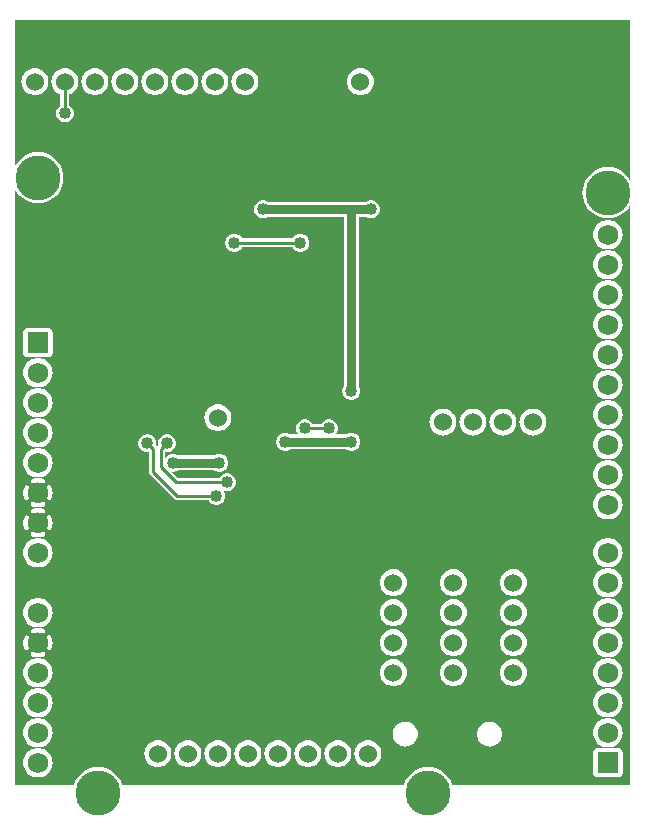
<source format=gbr>
G04 start of page 3 for group 1 idx 1 *
G04 Title: (unknown), solder *
G04 Creator: pcb 20140316 *
G04 CreationDate: Mon 26 Dec 2016 03:50:00 AM GMT UTC *
G04 For: railfan *
G04 Format: Gerber/RS-274X *
G04 PCB-Dimensions (mil): 2100.00 2700.00 *
G04 PCB-Coordinate-Origin: lower left *
%MOIN*%
%FSLAX25Y25*%
%LNBOTTOM*%
%ADD44C,0.0630*%
%ADD43C,0.1285*%
%ADD42C,0.0420*%
%ADD41C,0.0380*%
%ADD40C,0.0200*%
%ADD39C,0.0400*%
%ADD38C,0.1500*%
%ADD37C,0.0600*%
%ADD36C,0.0680*%
%ADD35C,0.0100*%
%ADD34C,0.0300*%
%ADD33C,0.0001*%
G54D33*G36*
X200000Y201474D02*X201334Y201579D01*
X202635Y201891D01*
X203871Y202403D01*
X205012Y203102D01*
X206029Y203971D01*
X206898Y204988D01*
X207500Y205971D01*
Y12500D01*
X200000D01*
Y15107D01*
X203635Y15114D01*
X203865Y15169D01*
X204083Y15259D01*
X204284Y15383D01*
X204464Y15536D01*
X204617Y15716D01*
X204741Y15917D01*
X204831Y16135D01*
X204886Y16365D01*
X204900Y16600D01*
X204886Y23635D01*
X204831Y23865D01*
X204741Y24083D01*
X204617Y24284D01*
X204464Y24464D01*
X204284Y24617D01*
X204083Y24741D01*
X203865Y24831D01*
X203635Y24886D01*
X203400Y24900D01*
X200000Y24893D01*
Y25085D01*
X200769Y25145D01*
X201519Y25325D01*
X202231Y25621D01*
X202889Y26024D01*
X203476Y26524D01*
X203976Y27111D01*
X204379Y27769D01*
X204675Y28481D01*
X204855Y29231D01*
X204900Y30000D01*
X204855Y30769D01*
X204675Y31519D01*
X204379Y32231D01*
X203976Y32889D01*
X203476Y33476D01*
X202889Y33976D01*
X202231Y34379D01*
X201519Y34675D01*
X200769Y34855D01*
X200000Y34915D01*
Y35085D01*
X200769Y35145D01*
X201519Y35325D01*
X202231Y35621D01*
X202889Y36024D01*
X203476Y36524D01*
X203976Y37111D01*
X204379Y37769D01*
X204675Y38481D01*
X204855Y39231D01*
X204900Y40000D01*
X204855Y40769D01*
X204675Y41519D01*
X204379Y42231D01*
X203976Y42889D01*
X203476Y43476D01*
X202889Y43976D01*
X202231Y44379D01*
X201519Y44675D01*
X200769Y44855D01*
X200000Y44915D01*
Y45085D01*
X200769Y45145D01*
X201519Y45325D01*
X202231Y45621D01*
X202889Y46024D01*
X203476Y46524D01*
X203976Y47111D01*
X204379Y47769D01*
X204675Y48481D01*
X204855Y49231D01*
X204900Y50000D01*
X204855Y50769D01*
X204675Y51519D01*
X204379Y52231D01*
X203976Y52889D01*
X203476Y53476D01*
X202889Y53976D01*
X202231Y54379D01*
X201519Y54675D01*
X200769Y54855D01*
X200000Y54915D01*
Y55085D01*
X200769Y55145D01*
X201519Y55325D01*
X202231Y55621D01*
X202889Y56024D01*
X203476Y56524D01*
X203976Y57111D01*
X204379Y57769D01*
X204675Y58481D01*
X204855Y59231D01*
X204900Y60000D01*
X204855Y60769D01*
X204675Y61519D01*
X204379Y62231D01*
X203976Y62889D01*
X203476Y63476D01*
X202889Y63976D01*
X202231Y64379D01*
X201519Y64675D01*
X200769Y64855D01*
X200000Y64915D01*
Y65085D01*
X200769Y65145D01*
X201519Y65325D01*
X202231Y65621D01*
X202889Y66024D01*
X203476Y66524D01*
X203976Y67111D01*
X204379Y67769D01*
X204675Y68481D01*
X204855Y69231D01*
X204900Y70000D01*
X204855Y70769D01*
X204675Y71519D01*
X204379Y72231D01*
X203976Y72889D01*
X203476Y73476D01*
X202889Y73976D01*
X202231Y74379D01*
X201519Y74675D01*
X200769Y74855D01*
X200000Y74915D01*
Y75085D01*
X200769Y75145D01*
X201519Y75325D01*
X202231Y75621D01*
X202889Y76024D01*
X203476Y76524D01*
X203976Y77111D01*
X204379Y77769D01*
X204675Y78481D01*
X204855Y79231D01*
X204900Y80000D01*
X204855Y80769D01*
X204675Y81519D01*
X204379Y82231D01*
X203976Y82889D01*
X203476Y83476D01*
X202889Y83976D01*
X202231Y84379D01*
X201519Y84675D01*
X200769Y84855D01*
X200000Y84915D01*
Y85085D01*
X200769Y85145D01*
X201519Y85325D01*
X202231Y85621D01*
X202889Y86024D01*
X203476Y86524D01*
X203976Y87111D01*
X204379Y87769D01*
X204675Y88481D01*
X204855Y89231D01*
X204900Y90000D01*
X204855Y90769D01*
X204675Y91519D01*
X204379Y92231D01*
X203976Y92889D01*
X203476Y93476D01*
X202889Y93976D01*
X202231Y94379D01*
X201519Y94675D01*
X200769Y94855D01*
X200000Y94915D01*
Y101085D01*
X200769Y101145D01*
X201519Y101325D01*
X202231Y101621D01*
X202889Y102024D01*
X203476Y102524D01*
X203976Y103111D01*
X204379Y103769D01*
X204675Y104481D01*
X204855Y105231D01*
X204900Y106000D01*
X204855Y106769D01*
X204675Y107519D01*
X204379Y108231D01*
X203976Y108889D01*
X203476Y109476D01*
X202889Y109976D01*
X202231Y110379D01*
X201519Y110675D01*
X200769Y110855D01*
X200000Y110915D01*
Y111085D01*
X200769Y111145D01*
X201519Y111325D01*
X202231Y111621D01*
X202889Y112024D01*
X203476Y112524D01*
X203976Y113111D01*
X204379Y113769D01*
X204675Y114481D01*
X204855Y115231D01*
X204900Y116000D01*
X204855Y116769D01*
X204675Y117519D01*
X204379Y118231D01*
X203976Y118889D01*
X203476Y119476D01*
X202889Y119976D01*
X202231Y120379D01*
X201519Y120675D01*
X200769Y120855D01*
X200000Y120915D01*
Y121085D01*
X200769Y121145D01*
X201519Y121325D01*
X202231Y121621D01*
X202889Y122024D01*
X203476Y122524D01*
X203976Y123111D01*
X204379Y123769D01*
X204675Y124481D01*
X204855Y125231D01*
X204900Y126000D01*
X204855Y126769D01*
X204675Y127519D01*
X204379Y128231D01*
X203976Y128889D01*
X203476Y129476D01*
X202889Y129976D01*
X202231Y130379D01*
X201519Y130675D01*
X200769Y130855D01*
X200000Y130915D01*
Y131085D01*
X200769Y131145D01*
X201519Y131325D01*
X202231Y131621D01*
X202889Y132024D01*
X203476Y132524D01*
X203976Y133111D01*
X204379Y133769D01*
X204675Y134481D01*
X204855Y135231D01*
X204900Y136000D01*
X204855Y136769D01*
X204675Y137519D01*
X204379Y138231D01*
X203976Y138889D01*
X203476Y139476D01*
X202889Y139976D01*
X202231Y140379D01*
X201519Y140675D01*
X200769Y140855D01*
X200000Y140915D01*
Y141085D01*
X200769Y141145D01*
X201519Y141325D01*
X202231Y141621D01*
X202889Y142024D01*
X203476Y142524D01*
X203976Y143111D01*
X204379Y143769D01*
X204675Y144481D01*
X204855Y145231D01*
X204900Y146000D01*
X204855Y146769D01*
X204675Y147519D01*
X204379Y148231D01*
X203976Y148889D01*
X203476Y149476D01*
X202889Y149976D01*
X202231Y150379D01*
X201519Y150675D01*
X200769Y150855D01*
X200000Y150915D01*
Y151085D01*
X200769Y151145D01*
X201519Y151325D01*
X202231Y151621D01*
X202889Y152024D01*
X203476Y152524D01*
X203976Y153111D01*
X204379Y153769D01*
X204675Y154481D01*
X204855Y155231D01*
X204900Y156000D01*
X204855Y156769D01*
X204675Y157519D01*
X204379Y158231D01*
X203976Y158889D01*
X203476Y159476D01*
X202889Y159976D01*
X202231Y160379D01*
X201519Y160675D01*
X200769Y160855D01*
X200000Y160915D01*
Y161085D01*
X200769Y161145D01*
X201519Y161325D01*
X202231Y161621D01*
X202889Y162024D01*
X203476Y162524D01*
X203976Y163111D01*
X204379Y163769D01*
X204675Y164481D01*
X204855Y165231D01*
X204900Y166000D01*
X204855Y166769D01*
X204675Y167519D01*
X204379Y168231D01*
X203976Y168889D01*
X203476Y169476D01*
X202889Y169976D01*
X202231Y170379D01*
X201519Y170675D01*
X200769Y170855D01*
X200000Y170915D01*
Y171085D01*
X200769Y171145D01*
X201519Y171325D01*
X202231Y171621D01*
X202889Y172024D01*
X203476Y172524D01*
X203976Y173111D01*
X204379Y173769D01*
X204675Y174481D01*
X204855Y175231D01*
X204900Y176000D01*
X204855Y176769D01*
X204675Y177519D01*
X204379Y178231D01*
X203976Y178889D01*
X203476Y179476D01*
X202889Y179976D01*
X202231Y180379D01*
X201519Y180675D01*
X200769Y180855D01*
X200000Y180915D01*
Y181085D01*
X200769Y181145D01*
X201519Y181325D01*
X202231Y181621D01*
X202889Y182024D01*
X203476Y182524D01*
X203976Y183111D01*
X204379Y183769D01*
X204675Y184481D01*
X204855Y185231D01*
X204900Y186000D01*
X204855Y186769D01*
X204675Y187519D01*
X204379Y188231D01*
X203976Y188889D01*
X203476Y189476D01*
X202889Y189976D01*
X202231Y190379D01*
X201519Y190675D01*
X200769Y190855D01*
X200000Y190915D01*
Y191085D01*
X200769Y191145D01*
X201519Y191325D01*
X202231Y191621D01*
X202889Y192024D01*
X203476Y192524D01*
X203976Y193111D01*
X204379Y193769D01*
X204675Y194481D01*
X204855Y195231D01*
X204900Y196000D01*
X204855Y196769D01*
X204675Y197519D01*
X204379Y198231D01*
X203976Y198889D01*
X203476Y199476D01*
X202889Y199976D01*
X202231Y200379D01*
X201519Y200675D01*
X200769Y200855D01*
X200000Y200915D01*
Y201474D01*
G37*
G36*
Y267500D02*X207500D01*
Y214029D01*
X206898Y215012D01*
X206029Y216029D01*
X205012Y216898D01*
X203871Y217597D01*
X202635Y218109D01*
X201334Y218421D01*
X200000Y218526D01*
Y267500D01*
G37*
G36*
X174993D02*X200000D01*
Y218526D01*
X198666Y218421D01*
X197365Y218109D01*
X196129Y217597D01*
X194988Y216898D01*
X193971Y216029D01*
X193102Y215012D01*
X192403Y213871D01*
X191891Y212635D01*
X191579Y211334D01*
X191474Y210000D01*
X191579Y208666D01*
X191891Y207365D01*
X192403Y206129D01*
X193102Y204988D01*
X193971Y203971D01*
X194988Y203102D01*
X196129Y202403D01*
X197365Y201891D01*
X198666Y201579D01*
X200000Y201474D01*
Y200915D01*
X199231Y200855D01*
X198481Y200675D01*
X197769Y200379D01*
X197111Y199976D01*
X196524Y199476D01*
X196024Y198889D01*
X195621Y198231D01*
X195325Y197519D01*
X195145Y196769D01*
X195085Y196000D01*
X195145Y195231D01*
X195325Y194481D01*
X195621Y193769D01*
X196024Y193111D01*
X196524Y192524D01*
X197111Y192024D01*
X197769Y191621D01*
X198481Y191325D01*
X199231Y191145D01*
X200000Y191085D01*
Y190915D01*
X199231Y190855D01*
X198481Y190675D01*
X197769Y190379D01*
X197111Y189976D01*
X196524Y189476D01*
X196024Y188889D01*
X195621Y188231D01*
X195325Y187519D01*
X195145Y186769D01*
X195085Y186000D01*
X195145Y185231D01*
X195325Y184481D01*
X195621Y183769D01*
X196024Y183111D01*
X196524Y182524D01*
X197111Y182024D01*
X197769Y181621D01*
X198481Y181325D01*
X199231Y181145D01*
X200000Y181085D01*
Y180915D01*
X199231Y180855D01*
X198481Y180675D01*
X197769Y180379D01*
X197111Y179976D01*
X196524Y179476D01*
X196024Y178889D01*
X195621Y178231D01*
X195325Y177519D01*
X195145Y176769D01*
X195085Y176000D01*
X195145Y175231D01*
X195325Y174481D01*
X195621Y173769D01*
X196024Y173111D01*
X196524Y172524D01*
X197111Y172024D01*
X197769Y171621D01*
X198481Y171325D01*
X199231Y171145D01*
X200000Y171085D01*
Y170915D01*
X199231Y170855D01*
X198481Y170675D01*
X197769Y170379D01*
X197111Y169976D01*
X196524Y169476D01*
X196024Y168889D01*
X195621Y168231D01*
X195325Y167519D01*
X195145Y166769D01*
X195085Y166000D01*
X195145Y165231D01*
X195325Y164481D01*
X195621Y163769D01*
X196024Y163111D01*
X196524Y162524D01*
X197111Y162024D01*
X197769Y161621D01*
X198481Y161325D01*
X199231Y161145D01*
X200000Y161085D01*
Y160915D01*
X199231Y160855D01*
X198481Y160675D01*
X197769Y160379D01*
X197111Y159976D01*
X196524Y159476D01*
X196024Y158889D01*
X195621Y158231D01*
X195325Y157519D01*
X195145Y156769D01*
X195085Y156000D01*
X195145Y155231D01*
X195325Y154481D01*
X195621Y153769D01*
X196024Y153111D01*
X196524Y152524D01*
X197111Y152024D01*
X197769Y151621D01*
X198481Y151325D01*
X199231Y151145D01*
X200000Y151085D01*
Y150915D01*
X199231Y150855D01*
X198481Y150675D01*
X197769Y150379D01*
X197111Y149976D01*
X196524Y149476D01*
X196024Y148889D01*
X195621Y148231D01*
X195325Y147519D01*
X195145Y146769D01*
X195085Y146000D01*
X195145Y145231D01*
X195325Y144481D01*
X195621Y143769D01*
X196024Y143111D01*
X196524Y142524D01*
X197111Y142024D01*
X197769Y141621D01*
X198481Y141325D01*
X199231Y141145D01*
X200000Y141085D01*
Y140915D01*
X199231Y140855D01*
X198481Y140675D01*
X197769Y140379D01*
X197111Y139976D01*
X196524Y139476D01*
X196024Y138889D01*
X195621Y138231D01*
X195325Y137519D01*
X195145Y136769D01*
X195085Y136000D01*
X195145Y135231D01*
X195325Y134481D01*
X195621Y133769D01*
X196024Y133111D01*
X196524Y132524D01*
X197111Y132024D01*
X197769Y131621D01*
X198481Y131325D01*
X199231Y131145D01*
X200000Y131085D01*
Y130915D01*
X199231Y130855D01*
X198481Y130675D01*
X197769Y130379D01*
X197111Y129976D01*
X196524Y129476D01*
X196024Y128889D01*
X195621Y128231D01*
X195325Y127519D01*
X195145Y126769D01*
X195085Y126000D01*
X195145Y125231D01*
X195325Y124481D01*
X195621Y123769D01*
X196024Y123111D01*
X196524Y122524D01*
X197111Y122024D01*
X197769Y121621D01*
X198481Y121325D01*
X199231Y121145D01*
X200000Y121085D01*
Y120915D01*
X199231Y120855D01*
X198481Y120675D01*
X197769Y120379D01*
X197111Y119976D01*
X196524Y119476D01*
X196024Y118889D01*
X195621Y118231D01*
X195325Y117519D01*
X195145Y116769D01*
X195085Y116000D01*
X195145Y115231D01*
X195325Y114481D01*
X195621Y113769D01*
X196024Y113111D01*
X196524Y112524D01*
X197111Y112024D01*
X197769Y111621D01*
X198481Y111325D01*
X199231Y111145D01*
X200000Y111085D01*
Y110915D01*
X199231Y110855D01*
X198481Y110675D01*
X197769Y110379D01*
X197111Y109976D01*
X196524Y109476D01*
X196024Y108889D01*
X195621Y108231D01*
X195325Y107519D01*
X195145Y106769D01*
X195085Y106000D01*
X195145Y105231D01*
X195325Y104481D01*
X195621Y103769D01*
X196024Y103111D01*
X196524Y102524D01*
X197111Y102024D01*
X197769Y101621D01*
X198481Y101325D01*
X199231Y101145D01*
X200000Y101085D01*
Y94915D01*
X199231Y94855D01*
X198481Y94675D01*
X197769Y94379D01*
X197111Y93976D01*
X196524Y93476D01*
X196024Y92889D01*
X195621Y92231D01*
X195325Y91519D01*
X195145Y90769D01*
X195085Y90000D01*
X195145Y89231D01*
X195325Y88481D01*
X195621Y87769D01*
X196024Y87111D01*
X196524Y86524D01*
X197111Y86024D01*
X197769Y85621D01*
X198481Y85325D01*
X199231Y85145D01*
X200000Y85085D01*
Y84915D01*
X199231Y84855D01*
X198481Y84675D01*
X197769Y84379D01*
X197111Y83976D01*
X196524Y83476D01*
X196024Y82889D01*
X195621Y82231D01*
X195325Y81519D01*
X195145Y80769D01*
X195085Y80000D01*
X195145Y79231D01*
X195325Y78481D01*
X195621Y77769D01*
X196024Y77111D01*
X196524Y76524D01*
X197111Y76024D01*
X197769Y75621D01*
X198481Y75325D01*
X199231Y75145D01*
X200000Y75085D01*
Y74915D01*
X199231Y74855D01*
X198481Y74675D01*
X197769Y74379D01*
X197111Y73976D01*
X196524Y73476D01*
X196024Y72889D01*
X195621Y72231D01*
X195325Y71519D01*
X195145Y70769D01*
X195085Y70000D01*
X195145Y69231D01*
X195325Y68481D01*
X195621Y67769D01*
X196024Y67111D01*
X196524Y66524D01*
X197111Y66024D01*
X197769Y65621D01*
X198481Y65325D01*
X199231Y65145D01*
X200000Y65085D01*
Y64915D01*
X199231Y64855D01*
X198481Y64675D01*
X197769Y64379D01*
X197111Y63976D01*
X196524Y63476D01*
X196024Y62889D01*
X195621Y62231D01*
X195325Y61519D01*
X195145Y60769D01*
X195085Y60000D01*
X195145Y59231D01*
X195325Y58481D01*
X195621Y57769D01*
X196024Y57111D01*
X196524Y56524D01*
X197111Y56024D01*
X197769Y55621D01*
X198481Y55325D01*
X199231Y55145D01*
X200000Y55085D01*
Y54915D01*
X199231Y54855D01*
X198481Y54675D01*
X197769Y54379D01*
X197111Y53976D01*
X196524Y53476D01*
X196024Y52889D01*
X195621Y52231D01*
X195325Y51519D01*
X195145Y50769D01*
X195085Y50000D01*
X195145Y49231D01*
X195325Y48481D01*
X195621Y47769D01*
X196024Y47111D01*
X196524Y46524D01*
X197111Y46024D01*
X197769Y45621D01*
X198481Y45325D01*
X199231Y45145D01*
X200000Y45085D01*
Y44915D01*
X199231Y44855D01*
X198481Y44675D01*
X197769Y44379D01*
X197111Y43976D01*
X196524Y43476D01*
X196024Y42889D01*
X195621Y42231D01*
X195325Y41519D01*
X195145Y40769D01*
X195085Y40000D01*
X195145Y39231D01*
X195325Y38481D01*
X195621Y37769D01*
X196024Y37111D01*
X196524Y36524D01*
X197111Y36024D01*
X197769Y35621D01*
X198481Y35325D01*
X199231Y35145D01*
X200000Y35085D01*
Y34915D01*
X199231Y34855D01*
X198481Y34675D01*
X197769Y34379D01*
X197111Y33976D01*
X196524Y33476D01*
X196024Y32889D01*
X195621Y32231D01*
X195325Y31519D01*
X195145Y30769D01*
X195085Y30000D01*
X195145Y29231D01*
X195325Y28481D01*
X195621Y27769D01*
X196024Y27111D01*
X196524Y26524D01*
X197111Y26024D01*
X197769Y25621D01*
X198481Y25325D01*
X199231Y25145D01*
X200000Y25085D01*
Y24893D01*
X196365Y24886D01*
X196135Y24831D01*
X195917Y24741D01*
X195716Y24617D01*
X195536Y24464D01*
X195383Y24284D01*
X195259Y24083D01*
X195169Y23865D01*
X195114Y23635D01*
X195100Y23400D01*
X195114Y16365D01*
X195169Y16135D01*
X195259Y15917D01*
X195383Y15716D01*
X195536Y15536D01*
X195716Y15383D01*
X195917Y15259D01*
X196135Y15169D01*
X196365Y15114D01*
X196600Y15100D01*
X200000Y15107D01*
Y12500D01*
X174993D01*
Y128987D01*
X175000Y128986D01*
X175706Y129042D01*
X176395Y129207D01*
X177049Y129478D01*
X177653Y129848D01*
X178192Y130308D01*
X178652Y130847D01*
X179022Y131451D01*
X179293Y132105D01*
X179458Y132794D01*
X179500Y133500D01*
X179458Y134206D01*
X179293Y134895D01*
X179022Y135549D01*
X178652Y136153D01*
X178192Y136692D01*
X177653Y137152D01*
X177049Y137522D01*
X176395Y137793D01*
X175706Y137958D01*
X175000Y138014D01*
X174993Y138013D01*
Y267500D01*
G37*
G36*
X168493D02*X174993D01*
Y138013D01*
X174294Y137958D01*
X173605Y137793D01*
X172951Y137522D01*
X172347Y137152D01*
X171808Y136692D01*
X171348Y136153D01*
X170978Y135549D01*
X170707Y134895D01*
X170542Y134206D01*
X170486Y133500D01*
X170542Y132794D01*
X170707Y132105D01*
X170978Y131451D01*
X171348Y130847D01*
X171808Y130308D01*
X172347Y129848D01*
X172951Y129478D01*
X173605Y129207D01*
X174294Y129042D01*
X174993Y128987D01*
Y12500D01*
X168493D01*
Y45487D01*
X168500Y45486D01*
X169206Y45542D01*
X169895Y45707D01*
X170549Y45978D01*
X171153Y46348D01*
X171692Y46808D01*
X172152Y47347D01*
X172522Y47951D01*
X172793Y48605D01*
X172958Y49294D01*
X173000Y50000D01*
X172958Y50706D01*
X172793Y51395D01*
X172522Y52049D01*
X172152Y52653D01*
X171692Y53192D01*
X171153Y53652D01*
X170549Y54022D01*
X169895Y54293D01*
X169206Y54458D01*
X168500Y54514D01*
X168493Y54513D01*
Y55487D01*
X168500Y55486D01*
X169206Y55542D01*
X169895Y55707D01*
X170549Y55978D01*
X171153Y56348D01*
X171692Y56808D01*
X172152Y57347D01*
X172522Y57951D01*
X172793Y58605D01*
X172958Y59294D01*
X173000Y60000D01*
X172958Y60706D01*
X172793Y61395D01*
X172522Y62049D01*
X172152Y62653D01*
X171692Y63192D01*
X171153Y63652D01*
X170549Y64022D01*
X169895Y64293D01*
X169206Y64458D01*
X168500Y64514D01*
X168493Y64513D01*
Y65487D01*
X168500Y65486D01*
X169206Y65542D01*
X169895Y65707D01*
X170549Y65978D01*
X171153Y66348D01*
X171692Y66808D01*
X172152Y67347D01*
X172522Y67951D01*
X172793Y68605D01*
X172958Y69294D01*
X173000Y70000D01*
X172958Y70706D01*
X172793Y71395D01*
X172522Y72049D01*
X172152Y72653D01*
X171692Y73192D01*
X171153Y73652D01*
X170549Y74022D01*
X169895Y74293D01*
X169206Y74458D01*
X168500Y74514D01*
X168493Y74513D01*
Y75487D01*
X168500Y75486D01*
X169206Y75542D01*
X169895Y75707D01*
X170549Y75978D01*
X171153Y76348D01*
X171692Y76808D01*
X172152Y77347D01*
X172522Y77951D01*
X172793Y78605D01*
X172958Y79294D01*
X173000Y80000D01*
X172958Y80706D01*
X172793Y81395D01*
X172522Y82049D01*
X172152Y82653D01*
X171692Y83192D01*
X171153Y83652D01*
X170549Y84022D01*
X169895Y84293D01*
X169206Y84458D01*
X168500Y84514D01*
X168493Y84513D01*
Y130661D01*
X168652Y130847D01*
X169022Y131451D01*
X169293Y132105D01*
X169458Y132794D01*
X169500Y133500D01*
X169458Y134206D01*
X169293Y134895D01*
X169022Y135549D01*
X168652Y136153D01*
X168493Y136339D01*
Y267500D01*
G37*
G36*
X160544Y132786D02*X160707Y132105D01*
X160978Y131451D01*
X161348Y130847D01*
X161808Y130308D01*
X162347Y129848D01*
X162951Y129478D01*
X163605Y129207D01*
X164294Y129042D01*
X165000Y128986D01*
X165706Y129042D01*
X166395Y129207D01*
X167049Y129478D01*
X167653Y129848D01*
X168192Y130308D01*
X168493Y130661D01*
Y84513D01*
X167794Y84458D01*
X167105Y84293D01*
X166451Y84022D01*
X165847Y83652D01*
X165308Y83192D01*
X164848Y82653D01*
X164478Y82049D01*
X164207Y81395D01*
X164042Y80706D01*
X163986Y80000D01*
X164042Y79294D01*
X164207Y78605D01*
X164478Y77951D01*
X164848Y77347D01*
X165308Y76808D01*
X165847Y76348D01*
X166451Y75978D01*
X167105Y75707D01*
X167794Y75542D01*
X168493Y75487D01*
Y74513D01*
X167794Y74458D01*
X167105Y74293D01*
X166451Y74022D01*
X165847Y73652D01*
X165308Y73192D01*
X164848Y72653D01*
X164478Y72049D01*
X164207Y71395D01*
X164042Y70706D01*
X163986Y70000D01*
X164042Y69294D01*
X164207Y68605D01*
X164478Y67951D01*
X164848Y67347D01*
X165308Y66808D01*
X165847Y66348D01*
X166451Y65978D01*
X167105Y65707D01*
X167794Y65542D01*
X168493Y65487D01*
Y64513D01*
X167794Y64458D01*
X167105Y64293D01*
X166451Y64022D01*
X165847Y63652D01*
X165308Y63192D01*
X164848Y62653D01*
X164478Y62049D01*
X164207Y61395D01*
X164042Y60706D01*
X163986Y60000D01*
X164042Y59294D01*
X164207Y58605D01*
X164478Y57951D01*
X164848Y57347D01*
X165308Y56808D01*
X165847Y56348D01*
X166451Y55978D01*
X167105Y55707D01*
X167794Y55542D01*
X168493Y55487D01*
Y54513D01*
X167794Y54458D01*
X167105Y54293D01*
X166451Y54022D01*
X165847Y53652D01*
X165308Y53192D01*
X164848Y52653D01*
X164478Y52049D01*
X164207Y51395D01*
X164042Y50706D01*
X163986Y50000D01*
X164042Y49294D01*
X164207Y48605D01*
X164478Y47951D01*
X164848Y47347D01*
X165308Y46808D01*
X165847Y46348D01*
X166451Y45978D01*
X167105Y45707D01*
X167794Y45542D01*
X168493Y45487D01*
Y12500D01*
X160544D01*
Y25338D01*
X160550Y25337D01*
X161201Y25388D01*
X161836Y25541D01*
X162440Y25791D01*
X162997Y26132D01*
X163494Y26556D01*
X163918Y27053D01*
X164259Y27610D01*
X164509Y28214D01*
X164662Y28849D01*
X164700Y29500D01*
X164662Y30151D01*
X164509Y30786D01*
X164259Y31390D01*
X163918Y31947D01*
X163494Y32444D01*
X162997Y32868D01*
X162440Y33209D01*
X161836Y33459D01*
X161201Y33612D01*
X160550Y33663D01*
X160544Y33662D01*
Y132786D01*
G37*
G36*
Y267500D02*X168493D01*
Y136339D01*
X168192Y136692D01*
X167653Y137152D01*
X167049Y137522D01*
X166395Y137793D01*
X165706Y137958D01*
X165000Y138014D01*
X164294Y137958D01*
X163605Y137793D01*
X162951Y137522D01*
X162347Y137152D01*
X161808Y136692D01*
X161348Y136153D01*
X160978Y135549D01*
X160707Y134895D01*
X160544Y134214D01*
Y267500D01*
G37*
G36*
X154993D02*X160544D01*
Y134214D01*
X160542Y134206D01*
X160486Y133500D01*
X160542Y132794D01*
X160544Y132786D01*
Y33662D01*
X159899Y33612D01*
X159264Y33459D01*
X158660Y33209D01*
X158103Y32868D01*
X157606Y32444D01*
X157182Y31947D01*
X156841Y31390D01*
X156591Y30786D01*
X156438Y30151D01*
X156387Y29500D01*
X156438Y28849D01*
X156591Y28214D01*
X156841Y27610D01*
X157182Y27053D01*
X157606Y26556D01*
X158103Y26132D01*
X158660Y25791D01*
X159264Y25541D01*
X159899Y25388D01*
X160544Y25338D01*
Y12500D01*
X154993D01*
Y128987D01*
X155000Y128986D01*
X155706Y129042D01*
X156395Y129207D01*
X157049Y129478D01*
X157653Y129848D01*
X158192Y130308D01*
X158652Y130847D01*
X159022Y131451D01*
X159293Y132105D01*
X159458Y132794D01*
X159500Y133500D01*
X159458Y134206D01*
X159293Y134895D01*
X159022Y135549D01*
X158652Y136153D01*
X158192Y136692D01*
X157653Y137152D01*
X157049Y137522D01*
X156395Y137793D01*
X155706Y137958D01*
X155000Y138014D01*
X154993Y138013D01*
Y267500D01*
G37*
G36*
X148493D02*X154993D01*
Y138013D01*
X154294Y137958D01*
X153605Y137793D01*
X152951Y137522D01*
X152347Y137152D01*
X151808Y136692D01*
X151348Y136153D01*
X150978Y135549D01*
X150707Y134895D01*
X150542Y134206D01*
X150486Y133500D01*
X150542Y132794D01*
X150707Y132105D01*
X150978Y131451D01*
X151348Y130847D01*
X151808Y130308D01*
X152347Y129848D01*
X152951Y129478D01*
X153605Y129207D01*
X154294Y129042D01*
X154993Y128987D01*
Y12500D01*
X148493D01*
Y45487D01*
X148500Y45486D01*
X149206Y45542D01*
X149895Y45707D01*
X150549Y45978D01*
X151153Y46348D01*
X151692Y46808D01*
X152152Y47347D01*
X152522Y47951D01*
X152793Y48605D01*
X152958Y49294D01*
X153000Y50000D01*
X152958Y50706D01*
X152793Y51395D01*
X152522Y52049D01*
X152152Y52653D01*
X151692Y53192D01*
X151153Y53652D01*
X150549Y54022D01*
X149895Y54293D01*
X149206Y54458D01*
X148500Y54514D01*
X148493Y54513D01*
Y55487D01*
X148500Y55486D01*
X149206Y55542D01*
X149895Y55707D01*
X150549Y55978D01*
X151153Y56348D01*
X151692Y56808D01*
X152152Y57347D01*
X152522Y57951D01*
X152793Y58605D01*
X152958Y59294D01*
X153000Y60000D01*
X152958Y60706D01*
X152793Y61395D01*
X152522Y62049D01*
X152152Y62653D01*
X151692Y63192D01*
X151153Y63652D01*
X150549Y64022D01*
X149895Y64293D01*
X149206Y64458D01*
X148500Y64514D01*
X148493Y64513D01*
Y65487D01*
X148500Y65486D01*
X149206Y65542D01*
X149895Y65707D01*
X150549Y65978D01*
X151153Y66348D01*
X151692Y66808D01*
X152152Y67347D01*
X152522Y67951D01*
X152793Y68605D01*
X152958Y69294D01*
X153000Y70000D01*
X152958Y70706D01*
X152793Y71395D01*
X152522Y72049D01*
X152152Y72653D01*
X151692Y73192D01*
X151153Y73652D01*
X150549Y74022D01*
X149895Y74293D01*
X149206Y74458D01*
X148500Y74514D01*
X148493Y74513D01*
Y75487D01*
X148500Y75486D01*
X149206Y75542D01*
X149895Y75707D01*
X150549Y75978D01*
X151153Y76348D01*
X151692Y76808D01*
X152152Y77347D01*
X152522Y77951D01*
X152793Y78605D01*
X152958Y79294D01*
X153000Y80000D01*
X152958Y80706D01*
X152793Y81395D01*
X152522Y82049D01*
X152152Y82653D01*
X151692Y83192D01*
X151153Y83652D01*
X150549Y84022D01*
X149895Y84293D01*
X149206Y84458D01*
X148500Y84514D01*
X148493Y84513D01*
Y130661D01*
X148652Y130847D01*
X149022Y131451D01*
X149293Y132105D01*
X149458Y132794D01*
X149500Y133500D01*
X149458Y134206D01*
X149293Y134895D01*
X149022Y135549D01*
X148652Y136153D01*
X148493Y136339D01*
Y267500D01*
G37*
G36*
X128493D02*X148493D01*
Y136339D01*
X148192Y136692D01*
X147653Y137152D01*
X147049Y137522D01*
X146395Y137793D01*
X145706Y137958D01*
X145000Y138014D01*
X144294Y137958D01*
X143605Y137793D01*
X142951Y137522D01*
X142347Y137152D01*
X141808Y136692D01*
X141348Y136153D01*
X140978Y135549D01*
X140707Y134895D01*
X140542Y134206D01*
X140486Y133500D01*
X140542Y132794D01*
X140707Y132105D01*
X140978Y131451D01*
X141348Y130847D01*
X141808Y130308D01*
X142347Y129848D01*
X142951Y129478D01*
X143605Y129207D01*
X144294Y129042D01*
X145000Y128986D01*
X145706Y129042D01*
X146395Y129207D01*
X147049Y129478D01*
X147653Y129848D01*
X148192Y130308D01*
X148493Y130661D01*
Y84513D01*
X147794Y84458D01*
X147105Y84293D01*
X146451Y84022D01*
X145847Y83652D01*
X145308Y83192D01*
X144848Y82653D01*
X144478Y82049D01*
X144207Y81395D01*
X144042Y80706D01*
X143986Y80000D01*
X144042Y79294D01*
X144207Y78605D01*
X144478Y77951D01*
X144848Y77347D01*
X145308Y76808D01*
X145847Y76348D01*
X146451Y75978D01*
X147105Y75707D01*
X147794Y75542D01*
X148493Y75487D01*
Y74513D01*
X147794Y74458D01*
X147105Y74293D01*
X146451Y74022D01*
X145847Y73652D01*
X145308Y73192D01*
X144848Y72653D01*
X144478Y72049D01*
X144207Y71395D01*
X144042Y70706D01*
X143986Y70000D01*
X144042Y69294D01*
X144207Y68605D01*
X144478Y67951D01*
X144848Y67347D01*
X145308Y66808D01*
X145847Y66348D01*
X146451Y65978D01*
X147105Y65707D01*
X147794Y65542D01*
X148493Y65487D01*
Y64513D01*
X147794Y64458D01*
X147105Y64293D01*
X146451Y64022D01*
X145847Y63652D01*
X145308Y63192D01*
X144848Y62653D01*
X144478Y62049D01*
X144207Y61395D01*
X144042Y60706D01*
X143986Y60000D01*
X144042Y59294D01*
X144207Y58605D01*
X144478Y57951D01*
X144848Y57347D01*
X145308Y56808D01*
X145847Y56348D01*
X146451Y55978D01*
X147105Y55707D01*
X147794Y55542D01*
X148493Y55487D01*
Y54513D01*
X147794Y54458D01*
X147105Y54293D01*
X146451Y54022D01*
X145847Y53652D01*
X145308Y53192D01*
X144848Y52653D01*
X144478Y52049D01*
X144207Y51395D01*
X144042Y50706D01*
X143986Y50000D01*
X144042Y49294D01*
X144207Y48605D01*
X144478Y47951D01*
X144848Y47347D01*
X145308Y46808D01*
X145847Y46348D01*
X146451Y45978D01*
X147105Y45707D01*
X147794Y45542D01*
X148493Y45487D01*
Y12500D01*
X148141D01*
X148109Y12635D01*
X147597Y13871D01*
X146898Y15012D01*
X146029Y16029D01*
X145012Y16898D01*
X143871Y17597D01*
X142635Y18109D01*
X141334Y18421D01*
X140000Y18526D01*
X138666Y18421D01*
X137365Y18109D01*
X136129Y17597D01*
X134988Y16898D01*
X133971Y16029D01*
X133102Y15012D01*
X132403Y13871D01*
X131891Y12635D01*
X131859Y12500D01*
X128493D01*
Y28209D01*
X128741Y27610D01*
X129082Y27053D01*
X129506Y26556D01*
X130003Y26132D01*
X130560Y25791D01*
X131164Y25541D01*
X131799Y25388D01*
X132450Y25337D01*
X133101Y25388D01*
X133736Y25541D01*
X134340Y25791D01*
X134897Y26132D01*
X135394Y26556D01*
X135818Y27053D01*
X136159Y27610D01*
X136409Y28214D01*
X136562Y28849D01*
X136600Y29500D01*
X136562Y30151D01*
X136409Y30786D01*
X136159Y31390D01*
X135818Y31947D01*
X135394Y32444D01*
X134897Y32868D01*
X134340Y33209D01*
X133736Y33459D01*
X133101Y33612D01*
X132450Y33663D01*
X131799Y33612D01*
X131164Y33459D01*
X130560Y33209D01*
X130003Y32868D01*
X129506Y32444D01*
X129082Y31947D01*
X128741Y31390D01*
X128493Y30791D01*
Y45487D01*
X128500Y45486D01*
X129206Y45542D01*
X129895Y45707D01*
X130549Y45978D01*
X131153Y46348D01*
X131692Y46808D01*
X132152Y47347D01*
X132522Y47951D01*
X132793Y48605D01*
X132958Y49294D01*
X133000Y50000D01*
X132958Y50706D01*
X132793Y51395D01*
X132522Y52049D01*
X132152Y52653D01*
X131692Y53192D01*
X131153Y53652D01*
X130549Y54022D01*
X129895Y54293D01*
X129206Y54458D01*
X128500Y54514D01*
X128493Y54513D01*
Y55487D01*
X128500Y55486D01*
X129206Y55542D01*
X129895Y55707D01*
X130549Y55978D01*
X131153Y56348D01*
X131692Y56808D01*
X132152Y57347D01*
X132522Y57951D01*
X132793Y58605D01*
X132958Y59294D01*
X133000Y60000D01*
X132958Y60706D01*
X132793Y61395D01*
X132522Y62049D01*
X132152Y62653D01*
X131692Y63192D01*
X131153Y63652D01*
X130549Y64022D01*
X129895Y64293D01*
X129206Y64458D01*
X128500Y64514D01*
X128493Y64513D01*
Y65487D01*
X128500Y65486D01*
X129206Y65542D01*
X129895Y65707D01*
X130549Y65978D01*
X131153Y66348D01*
X131692Y66808D01*
X132152Y67347D01*
X132522Y67951D01*
X132793Y68605D01*
X132958Y69294D01*
X133000Y70000D01*
X132958Y70706D01*
X132793Y71395D01*
X132522Y72049D01*
X132152Y72653D01*
X131692Y73192D01*
X131153Y73652D01*
X130549Y74022D01*
X129895Y74293D01*
X129206Y74458D01*
X128500Y74514D01*
X128493Y74513D01*
Y75487D01*
X128500Y75486D01*
X129206Y75542D01*
X129895Y75707D01*
X130549Y75978D01*
X131153Y76348D01*
X131692Y76808D01*
X132152Y77347D01*
X132522Y77951D01*
X132793Y78605D01*
X132958Y79294D01*
X133000Y80000D01*
X132958Y80706D01*
X132793Y81395D01*
X132522Y82049D01*
X132152Y82653D01*
X131692Y83192D01*
X131153Y83652D01*
X130549Y84022D01*
X129895Y84293D01*
X129206Y84458D01*
X128500Y84514D01*
X128493Y84513D01*
Y267500D01*
G37*
G36*
X119993D02*X128493D01*
Y84513D01*
X127794Y84458D01*
X127105Y84293D01*
X126451Y84022D01*
X125847Y83652D01*
X125308Y83192D01*
X124848Y82653D01*
X124478Y82049D01*
X124207Y81395D01*
X124042Y80706D01*
X123986Y80000D01*
X124042Y79294D01*
X124207Y78605D01*
X124478Y77951D01*
X124848Y77347D01*
X125308Y76808D01*
X125847Y76348D01*
X126451Y75978D01*
X127105Y75707D01*
X127794Y75542D01*
X128493Y75487D01*
Y74513D01*
X127794Y74458D01*
X127105Y74293D01*
X126451Y74022D01*
X125847Y73652D01*
X125308Y73192D01*
X124848Y72653D01*
X124478Y72049D01*
X124207Y71395D01*
X124042Y70706D01*
X123986Y70000D01*
X124042Y69294D01*
X124207Y68605D01*
X124478Y67951D01*
X124848Y67347D01*
X125308Y66808D01*
X125847Y66348D01*
X126451Y65978D01*
X127105Y65707D01*
X127794Y65542D01*
X128493Y65487D01*
Y64513D01*
X127794Y64458D01*
X127105Y64293D01*
X126451Y64022D01*
X125847Y63652D01*
X125308Y63192D01*
X124848Y62653D01*
X124478Y62049D01*
X124207Y61395D01*
X124042Y60706D01*
X123986Y60000D01*
X124042Y59294D01*
X124207Y58605D01*
X124478Y57951D01*
X124848Y57347D01*
X125308Y56808D01*
X125847Y56348D01*
X126451Y55978D01*
X127105Y55707D01*
X127794Y55542D01*
X128493Y55487D01*
Y54513D01*
X127794Y54458D01*
X127105Y54293D01*
X126451Y54022D01*
X125847Y53652D01*
X125308Y53192D01*
X124848Y52653D01*
X124478Y52049D01*
X124207Y51395D01*
X124042Y50706D01*
X123986Y50000D01*
X124042Y49294D01*
X124207Y48605D01*
X124478Y47951D01*
X124848Y47347D01*
X125308Y46808D01*
X125847Y46348D01*
X126451Y45978D01*
X127105Y45707D01*
X127794Y45542D01*
X128493Y45487D01*
Y30791D01*
X128491Y30786D01*
X128338Y30151D01*
X128287Y29500D01*
X128338Y28849D01*
X128491Y28214D01*
X128493Y28209D01*
Y12500D01*
X119993D01*
Y18487D01*
X120000Y18486D01*
X120706Y18542D01*
X121395Y18707D01*
X122049Y18978D01*
X122653Y19348D01*
X123192Y19808D01*
X123652Y20347D01*
X124022Y20951D01*
X124293Y21605D01*
X124458Y22294D01*
X124500Y23000D01*
X124458Y23706D01*
X124293Y24395D01*
X124022Y25049D01*
X123652Y25653D01*
X123192Y26192D01*
X122653Y26652D01*
X122049Y27022D01*
X121395Y27293D01*
X120706Y27458D01*
X120000Y27514D01*
X119993Y27513D01*
Y201670D01*
X120070Y201638D01*
X120529Y201528D01*
X121000Y201491D01*
X121471Y201528D01*
X121930Y201638D01*
X122366Y201819D01*
X122769Y202065D01*
X123128Y202372D01*
X123435Y202731D01*
X123681Y203134D01*
X123862Y203570D01*
X123972Y204029D01*
X124000Y204500D01*
X123972Y204971D01*
X123862Y205430D01*
X123681Y205866D01*
X123435Y206269D01*
X123128Y206628D01*
X122769Y206935D01*
X122366Y207181D01*
X121930Y207362D01*
X121471Y207472D01*
X121000Y207509D01*
X120529Y207472D01*
X120070Y207362D01*
X119993Y207330D01*
Y243250D01*
X120153Y243348D01*
X120692Y243808D01*
X121152Y244347D01*
X121522Y244951D01*
X121793Y245605D01*
X121958Y246294D01*
X122000Y247000D01*
X121958Y247706D01*
X121793Y248395D01*
X121522Y249049D01*
X121152Y249653D01*
X120692Y250192D01*
X120153Y250652D01*
X119993Y250750D01*
Y267500D01*
G37*
G36*
Y12500D02*X109993D01*
Y18487D01*
X110000Y18486D01*
X110706Y18542D01*
X111395Y18707D01*
X112049Y18978D01*
X112653Y19348D01*
X113192Y19808D01*
X113652Y20347D01*
X114022Y20951D01*
X114293Y21605D01*
X114458Y22294D01*
X114500Y23000D01*
X114458Y23706D01*
X114293Y24395D01*
X114022Y25049D01*
X113652Y25653D01*
X113192Y26192D01*
X112653Y26652D01*
X112049Y27022D01*
X111395Y27293D01*
X110706Y27458D01*
X110000Y27514D01*
X109993Y27513D01*
Y124500D01*
X112838D01*
X113134Y124319D01*
X113570Y124138D01*
X114029Y124028D01*
X114500Y123991D01*
X114971Y124028D01*
X115430Y124138D01*
X115866Y124319D01*
X116269Y124565D01*
X116628Y124872D01*
X116935Y125231D01*
X117181Y125634D01*
X117362Y126070D01*
X117472Y126529D01*
X117500Y127000D01*
X117472Y127471D01*
X117362Y127930D01*
X117181Y128366D01*
X116935Y128769D01*
X116628Y129128D01*
X116269Y129435D01*
X115866Y129681D01*
X115430Y129862D01*
X114971Y129972D01*
X114500Y130009D01*
X114029Y129972D01*
X113570Y129862D01*
X113134Y129681D01*
X112838Y129500D01*
X109993D01*
Y131383D01*
X110000Y131500D01*
X109993Y131617D01*
Y202000D01*
X112000D01*
Y145662D01*
X111819Y145366D01*
X111638Y144930D01*
X111528Y144471D01*
X111491Y144000D01*
X111528Y143529D01*
X111638Y143070D01*
X111819Y142634D01*
X112065Y142231D01*
X112372Y141872D01*
X112731Y141565D01*
X113134Y141319D01*
X113570Y141138D01*
X114029Y141028D01*
X114500Y140991D01*
X114971Y141028D01*
X115430Y141138D01*
X115866Y141319D01*
X116269Y141565D01*
X116628Y141872D01*
X116935Y142231D01*
X117181Y142634D01*
X117362Y143070D01*
X117472Y143529D01*
X117500Y144000D01*
X117472Y144471D01*
X117362Y144930D01*
X117181Y145366D01*
X117000Y145662D01*
Y202000D01*
X119338D01*
X119634Y201819D01*
X119993Y201670D01*
Y27513D01*
X119294Y27458D01*
X118605Y27293D01*
X117951Y27022D01*
X117347Y26652D01*
X116808Y26192D01*
X116348Y25653D01*
X115978Y25049D01*
X115707Y24395D01*
X115542Y23706D01*
X115486Y23000D01*
X115542Y22294D01*
X115707Y21605D01*
X115978Y20951D01*
X116348Y20347D01*
X116808Y19808D01*
X117347Y19348D01*
X117951Y18978D01*
X118605Y18707D01*
X119294Y18542D01*
X119993Y18487D01*
Y12500D01*
G37*
G36*
X109993Y131617D02*X109972Y131971D01*
X109862Y132430D01*
X109681Y132866D01*
X109435Y133269D01*
X109128Y133628D01*
X108769Y133935D01*
X108366Y134181D01*
X107930Y134362D01*
X107471Y134472D01*
X107000Y134509D01*
X106529Y134472D01*
X106070Y134362D01*
X105634Y134181D01*
X105231Y133935D01*
X104872Y133628D01*
X104565Y133269D01*
X104401Y133000D01*
X102995D01*
Y202000D01*
X109993D01*
Y131617D01*
G37*
G36*
Y129500D02*X109237D01*
X109435Y129731D01*
X109681Y130134D01*
X109862Y130570D01*
X109972Y131029D01*
X109993Y131383D01*
Y129500D01*
G37*
G36*
Y12500D02*X102995D01*
Y19640D01*
X103192Y19808D01*
X103652Y20347D01*
X104022Y20951D01*
X104293Y21605D01*
X104458Y22294D01*
X104500Y23000D01*
X104458Y23706D01*
X104293Y24395D01*
X104022Y25049D01*
X103652Y25653D01*
X103192Y26192D01*
X102995Y26360D01*
Y124500D01*
X109993D01*
Y27513D01*
X109294Y27458D01*
X108605Y27293D01*
X107951Y27022D01*
X107347Y26652D01*
X106808Y26192D01*
X106348Y25653D01*
X105978Y25049D01*
X105707Y24395D01*
X105542Y23706D01*
X105486Y23000D01*
X105542Y22294D01*
X105707Y21605D01*
X105978Y20951D01*
X106348Y20347D01*
X106808Y19808D01*
X107347Y19348D01*
X107951Y18978D01*
X108605Y18707D01*
X109294Y18542D01*
X109993Y18487D01*
Y12500D01*
G37*
G36*
X102995Y267500D02*X119993D01*
Y250750D01*
X119549Y251022D01*
X118895Y251293D01*
X118206Y251458D01*
X117500Y251514D01*
X116794Y251458D01*
X116105Y251293D01*
X115451Y251022D01*
X114847Y250652D01*
X114308Y250192D01*
X113848Y249653D01*
X113478Y249049D01*
X113207Y248395D01*
X113042Y247706D01*
X112986Y247000D01*
X113042Y246294D01*
X113207Y245605D01*
X113478Y244951D01*
X113848Y244347D01*
X114308Y243808D01*
X114847Y243348D01*
X115451Y242978D01*
X116105Y242707D01*
X116794Y242542D01*
X117500Y242486D01*
X118206Y242542D01*
X118895Y242707D01*
X119549Y242978D01*
X119993Y243250D01*
Y207330D01*
X119634Y207181D01*
X119338Y207000D01*
X114598D01*
X114500Y207008D01*
X114402Y207000D01*
X102995D01*
Y267500D01*
G37*
G36*
X86495Y201898D02*X86662Y202000D01*
X102995D01*
Y133000D01*
X101599D01*
X101435Y133269D01*
X101128Y133628D01*
X100769Y133935D01*
X100366Y134181D01*
X99930Y134362D01*
X99471Y134472D01*
X99000Y134509D01*
X98529Y134472D01*
X98070Y134362D01*
X97634Y134181D01*
X97231Y133935D01*
X96872Y133628D01*
X96565Y133269D01*
X96319Y132866D01*
X96138Y132430D01*
X96028Y131971D01*
X95991Y131500D01*
X96028Y131029D01*
X96138Y130570D01*
X96319Y130134D01*
X96565Y129731D01*
X96763Y129500D01*
X94162D01*
X93866Y129681D01*
X93430Y129862D01*
X92971Y129972D01*
X92500Y130009D01*
X92029Y129972D01*
X91570Y129862D01*
X91134Y129681D01*
X90731Y129435D01*
X90372Y129128D01*
X90065Y128769D01*
X89819Y128366D01*
X89638Y127930D01*
X89528Y127471D01*
X89491Y127000D01*
X89528Y126529D01*
X89638Y126070D01*
X89819Y125634D01*
X90065Y125231D01*
X90372Y124872D01*
X90731Y124565D01*
X91134Y124319D01*
X91570Y124138D01*
X92029Y124028D01*
X92500Y123991D01*
X92971Y124028D01*
X93430Y124138D01*
X93866Y124319D01*
X94162Y124500D01*
X102995D01*
Y26360D01*
X102653Y26652D01*
X102049Y27022D01*
X101395Y27293D01*
X100706Y27458D01*
X100000Y27514D01*
X99294Y27458D01*
X98605Y27293D01*
X97951Y27022D01*
X97347Y26652D01*
X96808Y26192D01*
X96348Y25653D01*
X95978Y25049D01*
X95707Y24395D01*
X95542Y23706D01*
X95486Y23000D01*
X95542Y22294D01*
X95707Y21605D01*
X95978Y20951D01*
X96348Y20347D01*
X96808Y19808D01*
X97347Y19348D01*
X97951Y18978D01*
X98605Y18707D01*
X99294Y18542D01*
X100000Y18486D01*
X100706Y18542D01*
X101395Y18707D01*
X102049Y18978D01*
X102653Y19348D01*
X102995Y19640D01*
Y12500D01*
X86495D01*
Y20174D01*
X86808Y19808D01*
X87347Y19348D01*
X87951Y18978D01*
X88605Y18707D01*
X89294Y18542D01*
X90000Y18486D01*
X90706Y18542D01*
X91395Y18707D01*
X92049Y18978D01*
X92653Y19348D01*
X93192Y19808D01*
X93652Y20347D01*
X94022Y20951D01*
X94293Y21605D01*
X94458Y22294D01*
X94500Y23000D01*
X94458Y23706D01*
X94293Y24395D01*
X94022Y25049D01*
X93652Y25653D01*
X93192Y26192D01*
X92653Y26652D01*
X92049Y27022D01*
X91395Y27293D01*
X90706Y27458D01*
X90000Y27514D01*
X89294Y27458D01*
X88605Y27293D01*
X87951Y27022D01*
X87347Y26652D01*
X86808Y26192D01*
X86495Y25826D01*
Y191800D01*
X94901D01*
X95065Y191531D01*
X95372Y191172D01*
X95731Y190865D01*
X96134Y190619D01*
X96570Y190438D01*
X97029Y190328D01*
X97500Y190291D01*
X97971Y190328D01*
X98430Y190438D01*
X98866Y190619D01*
X99269Y190865D01*
X99628Y191172D01*
X99935Y191531D01*
X100181Y191934D01*
X100362Y192370D01*
X100472Y192829D01*
X100500Y193300D01*
X100472Y193771D01*
X100362Y194230D01*
X100181Y194666D01*
X99935Y195069D01*
X99628Y195428D01*
X99269Y195735D01*
X98866Y195981D01*
X98430Y196162D01*
X97971Y196272D01*
X97500Y196309D01*
X97029Y196272D01*
X96570Y196162D01*
X96134Y195981D01*
X95731Y195735D01*
X95372Y195428D01*
X95065Y195069D01*
X94901Y194800D01*
X86495D01*
Y201898D01*
G37*
G36*
Y267500D02*X102995D01*
Y207000D01*
X86662D01*
X86495Y207102D01*
Y267500D01*
G37*
G36*
X79993Y191800D02*X86495D01*
Y25826D01*
X86348Y25653D01*
X85978Y25049D01*
X85707Y24395D01*
X85542Y23706D01*
X85486Y23000D01*
X85542Y22294D01*
X85707Y21605D01*
X85978Y20951D01*
X86348Y20347D01*
X86495Y20174D01*
Y12500D01*
X79993D01*
Y18487D01*
X80000Y18486D01*
X80706Y18542D01*
X81395Y18707D01*
X82049Y18978D01*
X82653Y19348D01*
X83192Y19808D01*
X83652Y20347D01*
X84022Y20951D01*
X84293Y21605D01*
X84458Y22294D01*
X84500Y23000D01*
X84458Y23706D01*
X84293Y24395D01*
X84022Y25049D01*
X83652Y25653D01*
X83192Y26192D01*
X82653Y26652D01*
X82049Y27022D01*
X81395Y27293D01*
X80706Y27458D01*
X80000Y27514D01*
X79993Y27513D01*
Y191800D01*
G37*
G36*
Y267500D02*X86495D01*
Y207102D01*
X86366Y207181D01*
X85930Y207362D01*
X85471Y207472D01*
X85000Y207509D01*
X84529Y207472D01*
X84070Y207362D01*
X83634Y207181D01*
X83231Y206935D01*
X82872Y206628D01*
X82565Y206269D01*
X82319Y205866D01*
X82138Y205430D01*
X82028Y204971D01*
X81991Y204500D01*
X82028Y204029D01*
X82138Y203570D01*
X82319Y203134D01*
X82565Y202731D01*
X82872Y202372D01*
X83231Y202065D01*
X83634Y201819D01*
X84070Y201638D01*
X84529Y201528D01*
X85000Y201491D01*
X85471Y201528D01*
X85930Y201638D01*
X86366Y201819D01*
X86495Y201898D01*
Y194800D01*
X79993D01*
Y242611D01*
X80395Y242707D01*
X81049Y242978D01*
X81653Y243348D01*
X82192Y243808D01*
X82652Y244347D01*
X83022Y244951D01*
X83293Y245605D01*
X83458Y246294D01*
X83500Y247000D01*
X83458Y247706D01*
X83293Y248395D01*
X83022Y249049D01*
X82652Y249653D01*
X82192Y250192D01*
X81653Y250652D01*
X81049Y251022D01*
X80395Y251293D01*
X79993Y251389D01*
Y267500D01*
G37*
G36*
X69993D02*X79993D01*
Y251389D01*
X79706Y251458D01*
X79000Y251514D01*
X78294Y251458D01*
X77605Y251293D01*
X76951Y251022D01*
X76347Y250652D01*
X75808Y250192D01*
X75348Y249653D01*
X74978Y249049D01*
X74707Y248395D01*
X74542Y247706D01*
X74486Y247000D01*
X74542Y246294D01*
X74707Y245605D01*
X74978Y244951D01*
X75348Y244347D01*
X75808Y243808D01*
X76347Y243348D01*
X76951Y242978D01*
X77605Y242707D01*
X78294Y242542D01*
X79000Y242486D01*
X79706Y242542D01*
X79993Y242611D01*
Y194800D01*
X78099D01*
X77935Y195069D01*
X77628Y195428D01*
X77269Y195735D01*
X76866Y195981D01*
X76430Y196162D01*
X75971Y196272D01*
X75500Y196309D01*
X75029Y196272D01*
X74570Y196162D01*
X74134Y195981D01*
X73731Y195735D01*
X73372Y195428D01*
X73065Y195069D01*
X72819Y194666D01*
X72638Y194230D01*
X72528Y193771D01*
X72491Y193300D01*
X72528Y192829D01*
X72638Y192370D01*
X72819Y191934D01*
X73065Y191531D01*
X73372Y191172D01*
X73731Y190865D01*
X74134Y190619D01*
X74570Y190438D01*
X75029Y190328D01*
X75500Y190291D01*
X75971Y190328D01*
X76430Y190438D01*
X76866Y190619D01*
X77269Y190865D01*
X77628Y191172D01*
X77935Y191531D01*
X78099Y191800D01*
X79993D01*
Y27513D01*
X79294Y27458D01*
X78605Y27293D01*
X77951Y27022D01*
X77347Y26652D01*
X76808Y26192D01*
X76348Y25653D01*
X75978Y25049D01*
X75707Y24395D01*
X75542Y23706D01*
X75486Y23000D01*
X75542Y22294D01*
X75707Y21605D01*
X75978Y20951D01*
X76348Y20347D01*
X76808Y19808D01*
X77347Y19348D01*
X77951Y18978D01*
X78605Y18707D01*
X79294Y18542D01*
X79993Y18487D01*
Y12500D01*
X69993D01*
Y18487D01*
X70000Y18486D01*
X70706Y18542D01*
X71395Y18707D01*
X72049Y18978D01*
X72653Y19348D01*
X73192Y19808D01*
X73652Y20347D01*
X74022Y20951D01*
X74293Y21605D01*
X74458Y22294D01*
X74500Y23000D01*
X74458Y23706D01*
X74293Y24395D01*
X74022Y25049D01*
X73652Y25653D01*
X73192Y26192D01*
X72653Y26652D01*
X72049Y27022D01*
X71395Y27293D01*
X70706Y27458D01*
X70000Y27514D01*
X69993Y27513D01*
Y106033D01*
X70430Y106138D01*
X70866Y106319D01*
X71269Y106565D01*
X71628Y106872D01*
X71935Y107231D01*
X72181Y107634D01*
X72362Y108070D01*
X72472Y108529D01*
X72500Y109000D01*
X72472Y109471D01*
X72362Y109930D01*
X72181Y110366D01*
X71996Y110669D01*
X72070Y110638D01*
X72529Y110528D01*
X73000Y110491D01*
X73471Y110528D01*
X73930Y110638D01*
X74366Y110819D01*
X74769Y111065D01*
X75128Y111372D01*
X75435Y111731D01*
X75681Y112134D01*
X75862Y112570D01*
X75972Y113029D01*
X76000Y113500D01*
X75972Y113971D01*
X75862Y114430D01*
X75681Y114866D01*
X75435Y115269D01*
X75128Y115628D01*
X74769Y115935D01*
X74366Y116181D01*
X73930Y116362D01*
X73471Y116472D01*
X73000Y116509D01*
X72529Y116472D01*
X72070Y116362D01*
X71634Y116181D01*
X71231Y115935D01*
X70872Y115628D01*
X70565Y115269D01*
X70401Y115000D01*
X69993D01*
Y117036D01*
X70029Y117028D01*
X70500Y116991D01*
X70971Y117028D01*
X71430Y117138D01*
X71866Y117319D01*
X72269Y117565D01*
X72628Y117872D01*
X72935Y118231D01*
X73181Y118634D01*
X73362Y119070D01*
X73472Y119529D01*
X73500Y120000D01*
X73472Y120471D01*
X73362Y120930D01*
X73181Y121366D01*
X72935Y121769D01*
X72628Y122128D01*
X72269Y122435D01*
X71866Y122681D01*
X71430Y122862D01*
X70971Y122972D01*
X70500Y123009D01*
X70029Y122972D01*
X69993Y122964D01*
Y130487D01*
X70000Y130486D01*
X70706Y130542D01*
X71395Y130707D01*
X72049Y130978D01*
X72653Y131348D01*
X73192Y131808D01*
X73652Y132347D01*
X74022Y132951D01*
X74293Y133605D01*
X74458Y134294D01*
X74500Y135000D01*
X74458Y135706D01*
X74293Y136395D01*
X74022Y137049D01*
X73652Y137653D01*
X73192Y138192D01*
X72653Y138652D01*
X72049Y139022D01*
X71395Y139293D01*
X70706Y139458D01*
X70000Y139514D01*
X69993Y139513D01*
Y242611D01*
X70395Y242707D01*
X71049Y242978D01*
X71653Y243348D01*
X72192Y243808D01*
X72652Y244347D01*
X73022Y244951D01*
X73293Y245605D01*
X73458Y246294D01*
X73500Y247000D01*
X73458Y247706D01*
X73293Y248395D01*
X73022Y249049D01*
X72652Y249653D01*
X72192Y250192D01*
X71653Y250652D01*
X71049Y251022D01*
X70395Y251293D01*
X69993Y251389D01*
Y267500D01*
G37*
G36*
Y115000D02*X59745D01*
Y117500D01*
X68838D01*
X69134Y117319D01*
X69570Y117138D01*
X69993Y117036D01*
Y115000D01*
G37*
G36*
Y12500D02*X59745D01*
Y18506D01*
X60000Y18486D01*
X60706Y18542D01*
X61395Y18707D01*
X62049Y18978D01*
X62653Y19348D01*
X63192Y19808D01*
X63652Y20347D01*
X64022Y20951D01*
X64293Y21605D01*
X64458Y22294D01*
X64500Y23000D01*
X64458Y23706D01*
X64293Y24395D01*
X64022Y25049D01*
X63652Y25653D01*
X63192Y26192D01*
X62653Y26652D01*
X62049Y27022D01*
X61395Y27293D01*
X60706Y27458D01*
X60000Y27514D01*
X59745Y27494D01*
Y107500D01*
X66901D01*
X67065Y107231D01*
X67372Y106872D01*
X67731Y106565D01*
X68134Y106319D01*
X68570Y106138D01*
X69029Y106028D01*
X69500Y105991D01*
X69971Y106028D01*
X69993Y106033D01*
Y27513D01*
X69294Y27458D01*
X68605Y27293D01*
X67951Y27022D01*
X67347Y26652D01*
X66808Y26192D01*
X66348Y25653D01*
X65978Y25049D01*
X65707Y24395D01*
X65542Y23706D01*
X65486Y23000D01*
X65542Y22294D01*
X65707Y21605D01*
X65978Y20951D01*
X66348Y20347D01*
X66808Y19808D01*
X67347Y19348D01*
X67951Y18978D01*
X68605Y18707D01*
X69294Y18542D01*
X69993Y18487D01*
Y12500D01*
G37*
G36*
X59745Y267500D02*X69993D01*
Y251389D01*
X69706Y251458D01*
X69000Y251514D01*
X68294Y251458D01*
X67605Y251293D01*
X66951Y251022D01*
X66347Y250652D01*
X65808Y250192D01*
X65348Y249653D01*
X64978Y249049D01*
X64707Y248395D01*
X64542Y247706D01*
X64486Y247000D01*
X64542Y246294D01*
X64707Y245605D01*
X64978Y244951D01*
X65348Y244347D01*
X65808Y243808D01*
X66347Y243348D01*
X66951Y242978D01*
X67605Y242707D01*
X68294Y242542D01*
X69000Y242486D01*
X69706Y242542D01*
X69993Y242611D01*
Y139513D01*
X69294Y139458D01*
X68605Y139293D01*
X67951Y139022D01*
X67347Y138652D01*
X66808Y138192D01*
X66348Y137653D01*
X65978Y137049D01*
X65707Y136395D01*
X65542Y135706D01*
X65486Y135000D01*
X65542Y134294D01*
X65707Y133605D01*
X65978Y132951D01*
X66348Y132347D01*
X66808Y131808D01*
X67347Y131348D01*
X67951Y130978D01*
X68605Y130707D01*
X69294Y130542D01*
X69993Y130487D01*
Y122964D01*
X69570Y122862D01*
X69134Y122681D01*
X68838Y122500D01*
X59745D01*
Y242551D01*
X60395Y242707D01*
X61049Y242978D01*
X61653Y243348D01*
X62192Y243808D01*
X62652Y244347D01*
X63022Y244951D01*
X63293Y245605D01*
X63458Y246294D01*
X63500Y247000D01*
X63458Y247706D01*
X63293Y248395D01*
X63022Y249049D01*
X62652Y249653D01*
X62192Y250192D01*
X61653Y250652D01*
X61049Y251022D01*
X60395Y251293D01*
X59745Y251449D01*
Y267500D01*
G37*
G36*
Y115000D02*X56621D01*
X54599Y117022D01*
X55000Y116991D01*
X55471Y117028D01*
X55930Y117138D01*
X56366Y117319D01*
X56662Y117500D01*
X59745D01*
Y115000D01*
G37*
G36*
X48993Y114386D02*X55398Y107981D01*
X55436Y107936D01*
X55615Y107783D01*
X55616Y107783D01*
X55817Y107659D01*
X56035Y107569D01*
X56265Y107514D01*
X56500Y107495D01*
X56559Y107500D01*
X59745D01*
Y27494D01*
X59294Y27458D01*
X58605Y27293D01*
X57951Y27022D01*
X57347Y26652D01*
X56808Y26192D01*
X56348Y25653D01*
X55978Y25049D01*
X55707Y24395D01*
X55542Y23706D01*
X55486Y23000D01*
X55542Y22294D01*
X55707Y21605D01*
X55978Y20951D01*
X56348Y20347D01*
X56808Y19808D01*
X57347Y19348D01*
X57951Y18978D01*
X58605Y18707D01*
X59294Y18542D01*
X59745Y18506D01*
Y12500D01*
X48993D01*
Y18614D01*
X49294Y18542D01*
X50000Y18486D01*
X50706Y18542D01*
X51395Y18707D01*
X52049Y18978D01*
X52653Y19348D01*
X53192Y19808D01*
X53652Y20347D01*
X54022Y20951D01*
X54293Y21605D01*
X54458Y22294D01*
X54500Y23000D01*
X54458Y23706D01*
X54293Y24395D01*
X54022Y25049D01*
X53652Y25653D01*
X53192Y26192D01*
X52653Y26652D01*
X52049Y27022D01*
X51395Y27293D01*
X50706Y27458D01*
X50000Y27514D01*
X49294Y27458D01*
X48993Y27386D01*
Y114386D01*
G37*
G36*
Y267500D02*X59745D01*
Y251449D01*
X59706Y251458D01*
X59000Y251514D01*
X58294Y251458D01*
X57605Y251293D01*
X56951Y251022D01*
X56347Y250652D01*
X55808Y250192D01*
X55348Y249653D01*
X54978Y249049D01*
X54707Y248395D01*
X54542Y247706D01*
X54486Y247000D01*
X54542Y246294D01*
X54707Y245605D01*
X54978Y244951D01*
X55348Y244347D01*
X55808Y243808D01*
X56347Y243348D01*
X56951Y242978D01*
X57605Y242707D01*
X58294Y242542D01*
X59000Y242486D01*
X59706Y242542D01*
X59745Y242551D01*
Y122500D01*
X56662D01*
X56366Y122681D01*
X55930Y122862D01*
X55471Y122972D01*
X55000Y123009D01*
X54529Y122972D01*
X54070Y122862D01*
X53634Y122681D01*
X53231Y122435D01*
X52872Y122128D01*
X52565Y121769D01*
X52500Y121662D01*
Y123535D01*
X52529Y123528D01*
X53000Y123491D01*
X53471Y123528D01*
X53930Y123638D01*
X54366Y123819D01*
X54769Y124065D01*
X55128Y124372D01*
X55435Y124731D01*
X55681Y125134D01*
X55862Y125570D01*
X55972Y126029D01*
X56000Y126500D01*
X55972Y126971D01*
X55862Y127430D01*
X55681Y127866D01*
X55435Y128269D01*
X55128Y128628D01*
X54769Y128935D01*
X54366Y129181D01*
X53930Y129362D01*
X53471Y129472D01*
X53000Y129509D01*
X52529Y129472D01*
X52070Y129362D01*
X51634Y129181D01*
X51231Y128935D01*
X50872Y128628D01*
X50565Y128269D01*
X50319Y127866D01*
X50138Y127430D01*
X50028Y126971D01*
X49991Y126500D01*
X50028Y126029D01*
X50101Y125723D01*
X49981Y125602D01*
X49936Y125564D01*
X49783Y125384D01*
X49750Y125331D01*
X49717Y125384D01*
X49564Y125564D01*
X49519Y125602D01*
X49399Y125723D01*
X49472Y126029D01*
X49500Y126500D01*
X49472Y126971D01*
X49362Y127430D01*
X49181Y127866D01*
X48993Y128173D01*
Y242487D01*
X49000Y242486D01*
X49706Y242542D01*
X50395Y242707D01*
X51049Y242978D01*
X51653Y243348D01*
X52192Y243808D01*
X52652Y244347D01*
X53022Y244951D01*
X53293Y245605D01*
X53458Y246294D01*
X53500Y247000D01*
X53458Y247706D01*
X53293Y248395D01*
X53022Y249049D01*
X52652Y249653D01*
X52192Y250192D01*
X51653Y250652D01*
X51049Y251022D01*
X50395Y251293D01*
X49706Y251458D01*
X49000Y251514D01*
X48993Y251513D01*
Y267500D01*
G37*
G36*
X38993D02*X48993D01*
Y251513D01*
X48294Y251458D01*
X47605Y251293D01*
X46951Y251022D01*
X46347Y250652D01*
X45808Y250192D01*
X45348Y249653D01*
X44978Y249049D01*
X44707Y248395D01*
X44542Y247706D01*
X44486Y247000D01*
X44542Y246294D01*
X44707Y245605D01*
X44978Y244951D01*
X45348Y244347D01*
X45808Y243808D01*
X46347Y243348D01*
X46951Y242978D01*
X47605Y242707D01*
X48294Y242542D01*
X48993Y242487D01*
Y128173D01*
X48935Y128269D01*
X48628Y128628D01*
X48269Y128935D01*
X47866Y129181D01*
X47430Y129362D01*
X46971Y129472D01*
X46500Y129509D01*
X46029Y129472D01*
X45570Y129362D01*
X45134Y129181D01*
X44731Y128935D01*
X44372Y128628D01*
X44065Y128269D01*
X43819Y127866D01*
X43638Y127430D01*
X43528Y126971D01*
X43491Y126500D01*
X43528Y126029D01*
X43638Y125570D01*
X43819Y125134D01*
X44065Y124731D01*
X44372Y124372D01*
X44731Y124065D01*
X45134Y123819D01*
X45570Y123638D01*
X46029Y123528D01*
X46500Y123491D01*
X46971Y123528D01*
X47000Y123535D01*
Y117059D01*
X46995Y117000D01*
X47014Y116765D01*
X47069Y116535D01*
X47159Y116317D01*
X47283Y116116D01*
X47283Y116115D01*
X47436Y115936D01*
X47481Y115898D01*
X48993Y114386D01*
Y27386D01*
X48605Y27293D01*
X47951Y27022D01*
X47347Y26652D01*
X46808Y26192D01*
X46348Y25653D01*
X45978Y25049D01*
X45707Y24395D01*
X45542Y23706D01*
X45486Y23000D01*
X45542Y22294D01*
X45707Y21605D01*
X45978Y20951D01*
X46348Y20347D01*
X46808Y19808D01*
X47347Y19348D01*
X47951Y18978D01*
X48605Y18707D01*
X48993Y18614D01*
Y12500D01*
X38993D01*
Y242487D01*
X39000Y242486D01*
X39706Y242542D01*
X40395Y242707D01*
X41049Y242978D01*
X41653Y243348D01*
X42192Y243808D01*
X42652Y244347D01*
X43022Y244951D01*
X43293Y245605D01*
X43458Y246294D01*
X43500Y247000D01*
X43458Y247706D01*
X43293Y248395D01*
X43022Y249049D01*
X42652Y249653D01*
X42192Y250192D01*
X41653Y250652D01*
X41049Y251022D01*
X40395Y251293D01*
X39706Y251458D01*
X39000Y251514D01*
X38993Y251513D01*
Y267500D01*
G37*
G36*
X28993D02*X38993D01*
Y251513D01*
X38294Y251458D01*
X37605Y251293D01*
X36951Y251022D01*
X36347Y250652D01*
X35808Y250192D01*
X35348Y249653D01*
X34978Y249049D01*
X34707Y248395D01*
X34542Y247706D01*
X34486Y247000D01*
X34542Y246294D01*
X34707Y245605D01*
X34978Y244951D01*
X35348Y244347D01*
X35808Y243808D01*
X36347Y243348D01*
X36951Y242978D01*
X37605Y242707D01*
X38294Y242542D01*
X38993Y242487D01*
Y12500D01*
X38141D01*
X38109Y12635D01*
X37597Y13871D01*
X36898Y15012D01*
X36029Y16029D01*
X35012Y16898D01*
X33871Y17597D01*
X32635Y18109D01*
X31334Y18421D01*
X30000Y18526D01*
X28993Y18447D01*
Y242487D01*
X29000Y242486D01*
X29706Y242542D01*
X30395Y242707D01*
X31049Y242978D01*
X31653Y243348D01*
X32192Y243808D01*
X32652Y244347D01*
X33022Y244951D01*
X33293Y245605D01*
X33458Y246294D01*
X33500Y247000D01*
X33458Y247706D01*
X33293Y248395D01*
X33022Y249049D01*
X32652Y249653D01*
X32192Y250192D01*
X31653Y250652D01*
X31049Y251022D01*
X30395Y251293D01*
X29706Y251458D01*
X29000Y251514D01*
X28993Y251513D01*
Y267500D01*
G37*
G36*
X18993D02*X28993D01*
Y251513D01*
X28294Y251458D01*
X27605Y251293D01*
X26951Y251022D01*
X26347Y250652D01*
X25808Y250192D01*
X25348Y249653D01*
X24978Y249049D01*
X24707Y248395D01*
X24542Y247706D01*
X24486Y247000D01*
X24542Y246294D01*
X24707Y245605D01*
X24978Y244951D01*
X25348Y244347D01*
X25808Y243808D01*
X26347Y243348D01*
X26951Y242978D01*
X27605Y242707D01*
X28294Y242542D01*
X28993Y242487D01*
Y18447D01*
X28666Y18421D01*
X27365Y18109D01*
X26129Y17597D01*
X24988Y16898D01*
X23971Y16029D01*
X23102Y15012D01*
X22403Y13871D01*
X21891Y12635D01*
X21859Y12500D01*
X18993D01*
Y233491D01*
X19000Y233491D01*
X19471Y233528D01*
X19930Y233638D01*
X20366Y233819D01*
X20769Y234065D01*
X21128Y234372D01*
X21435Y234731D01*
X21681Y235134D01*
X21862Y235570D01*
X21972Y236029D01*
X22000Y236500D01*
X21972Y236971D01*
X21862Y237430D01*
X21681Y237866D01*
X21435Y238269D01*
X21128Y238628D01*
X20769Y238935D01*
X20500Y239099D01*
Y242751D01*
X21049Y242978D01*
X21653Y243348D01*
X22192Y243808D01*
X22652Y244347D01*
X23022Y244951D01*
X23293Y245605D01*
X23458Y246294D01*
X23500Y247000D01*
X23458Y247706D01*
X23293Y248395D01*
X23022Y249049D01*
X22652Y249653D01*
X22192Y250192D01*
X21653Y250652D01*
X21049Y251022D01*
X20395Y251293D01*
X19706Y251458D01*
X19000Y251514D01*
X18993Y251513D01*
Y267500D01*
G37*
G36*
X13964D02*X18993D01*
Y251513D01*
X18294Y251458D01*
X17605Y251293D01*
X16951Y251022D01*
X16347Y250652D01*
X15808Y250192D01*
X15348Y249653D01*
X14978Y249049D01*
X14707Y248395D01*
X14542Y247706D01*
X14486Y247000D01*
X14542Y246294D01*
X14707Y245605D01*
X14978Y244951D01*
X15348Y244347D01*
X15808Y243808D01*
X16347Y243348D01*
X16951Y242978D01*
X17500Y242751D01*
Y239099D01*
X17231Y238935D01*
X16872Y238628D01*
X16565Y238269D01*
X16319Y237866D01*
X16138Y237430D01*
X16028Y236971D01*
X15991Y236500D01*
X16028Y236029D01*
X16138Y235570D01*
X16319Y235134D01*
X16565Y234731D01*
X16872Y234372D01*
X17231Y234065D01*
X17634Y233819D01*
X18070Y233638D01*
X18529Y233528D01*
X18993Y233491D01*
Y12500D01*
X13964D01*
Y17096D01*
X13976Y17111D01*
X14379Y17769D01*
X14675Y18481D01*
X14855Y19231D01*
X14900Y20000D01*
X14855Y20769D01*
X14675Y21519D01*
X14379Y22231D01*
X13976Y22889D01*
X13964Y22904D01*
Y27096D01*
X13976Y27111D01*
X14379Y27769D01*
X14675Y28481D01*
X14855Y29231D01*
X14900Y30000D01*
X14855Y30769D01*
X14675Y31519D01*
X14379Y32231D01*
X13976Y32889D01*
X13964Y32904D01*
Y37096D01*
X13976Y37111D01*
X14379Y37769D01*
X14675Y38481D01*
X14855Y39231D01*
X14900Y40000D01*
X14855Y40769D01*
X14675Y41519D01*
X14379Y42231D01*
X13976Y42889D01*
X13964Y42904D01*
Y47096D01*
X13976Y47111D01*
X14379Y47769D01*
X14675Y48481D01*
X14855Y49231D01*
X14900Y50000D01*
X14855Y50769D01*
X14675Y51519D01*
X14379Y52231D01*
X13976Y52889D01*
X13964Y52904D01*
Y57564D01*
X14049Y57589D01*
X14155Y57639D01*
X14253Y57706D01*
X14339Y57787D01*
X14411Y57880D01*
X14466Y57984D01*
X14641Y58412D01*
X14770Y58855D01*
X14857Y59309D01*
X14900Y59769D01*
Y60231D01*
X14857Y60691D01*
X14770Y61145D01*
X14641Y61588D01*
X14471Y62018D01*
X14415Y62122D01*
X14342Y62216D01*
X14255Y62297D01*
X14157Y62364D01*
X14050Y62414D01*
X13964Y62440D01*
Y67096D01*
X13976Y67111D01*
X14379Y67769D01*
X14675Y68481D01*
X14855Y69231D01*
X14900Y70000D01*
X14855Y70769D01*
X14675Y71519D01*
X14379Y72231D01*
X13976Y72889D01*
X13964Y72904D01*
Y87096D01*
X13976Y87111D01*
X14379Y87769D01*
X14675Y88481D01*
X14855Y89231D01*
X14900Y90000D01*
X14855Y90769D01*
X14675Y91519D01*
X14379Y92231D01*
X13976Y92889D01*
X13964Y92904D01*
Y97564D01*
X14049Y97589D01*
X14155Y97639D01*
X14253Y97706D01*
X14339Y97787D01*
X14411Y97880D01*
X14466Y97984D01*
X14641Y98412D01*
X14770Y98855D01*
X14857Y99309D01*
X14900Y99769D01*
Y100231D01*
X14857Y100691D01*
X14770Y101145D01*
X14641Y101588D01*
X14471Y102018D01*
X14415Y102122D01*
X14342Y102216D01*
X14255Y102297D01*
X14157Y102364D01*
X14050Y102414D01*
X13964Y102440D01*
Y107564D01*
X14049Y107589D01*
X14155Y107639D01*
X14253Y107706D01*
X14339Y107787D01*
X14411Y107880D01*
X14466Y107984D01*
X14641Y108412D01*
X14770Y108855D01*
X14857Y109309D01*
X14900Y109769D01*
Y110231D01*
X14857Y110691D01*
X14770Y111145D01*
X14641Y111588D01*
X14471Y112018D01*
X14415Y112122D01*
X14342Y112216D01*
X14255Y112297D01*
X14157Y112364D01*
X14050Y112414D01*
X13964Y112440D01*
Y117096D01*
X13976Y117111D01*
X14379Y117769D01*
X14675Y118481D01*
X14855Y119231D01*
X14900Y120000D01*
X14855Y120769D01*
X14675Y121519D01*
X14379Y122231D01*
X13976Y122889D01*
X13964Y122904D01*
Y127096D01*
X13976Y127111D01*
X14379Y127769D01*
X14675Y128481D01*
X14855Y129231D01*
X14900Y130000D01*
X14855Y130769D01*
X14675Y131519D01*
X14379Y132231D01*
X13976Y132889D01*
X13964Y132904D01*
Y137096D01*
X13976Y137111D01*
X14379Y137769D01*
X14675Y138481D01*
X14855Y139231D01*
X14900Y140000D01*
X14855Y140769D01*
X14675Y141519D01*
X14379Y142231D01*
X13976Y142889D01*
X13964Y142904D01*
Y147096D01*
X13976Y147111D01*
X14379Y147769D01*
X14675Y148481D01*
X14855Y149231D01*
X14900Y150000D01*
X14855Y150769D01*
X14675Y151519D01*
X14379Y152231D01*
X13976Y152889D01*
X13964Y152904D01*
Y155210D01*
X14083Y155259D01*
X14284Y155383D01*
X14464Y155536D01*
X14617Y155716D01*
X14741Y155917D01*
X14831Y156135D01*
X14886Y156365D01*
X14900Y156600D01*
X14886Y163635D01*
X14831Y163865D01*
X14741Y164083D01*
X14617Y164284D01*
X14464Y164464D01*
X14284Y164617D01*
X14083Y164741D01*
X13964Y164790D01*
Y207460D01*
X15012Y208102D01*
X16029Y208971D01*
X16898Y209988D01*
X17597Y211129D01*
X18109Y212365D01*
X18421Y213666D01*
X18500Y215000D01*
X18421Y216334D01*
X18109Y217635D01*
X17597Y218871D01*
X16898Y220012D01*
X16029Y221029D01*
X15012Y221898D01*
X13964Y222540D01*
Y267500D01*
G37*
G36*
Y164790D02*X13865Y164831D01*
X13635Y164886D01*
X13400Y164900D01*
X9992Y164893D01*
Y206474D01*
X10000Y206474D01*
X11334Y206579D01*
X12635Y206891D01*
X13871Y207403D01*
X13964Y207460D01*
Y164790D01*
G37*
G36*
Y152904D02*X13476Y153476D01*
X12889Y153976D01*
X12231Y154379D01*
X11519Y154675D01*
X10769Y154855D01*
X10000Y154915D01*
X9992Y154915D01*
Y155107D01*
X13635Y155114D01*
X13865Y155169D01*
X13964Y155210D01*
Y152904D01*
G37*
G36*
Y142904D02*X13476Y143476D01*
X12889Y143976D01*
X12231Y144379D01*
X11519Y144675D01*
X10769Y144855D01*
X10000Y144915D01*
X9992Y144915D01*
Y145085D01*
X10000Y145085D01*
X10769Y145145D01*
X11519Y145325D01*
X12231Y145621D01*
X12889Y146024D01*
X13476Y146524D01*
X13964Y147096D01*
Y142904D01*
G37*
G36*
Y132904D02*X13476Y133476D01*
X12889Y133976D01*
X12231Y134379D01*
X11519Y134675D01*
X10769Y134855D01*
X10000Y134915D01*
X9992Y134915D01*
Y135085D01*
X10000Y135085D01*
X10769Y135145D01*
X11519Y135325D01*
X12231Y135621D01*
X12889Y136024D01*
X13476Y136524D01*
X13964Y137096D01*
Y132904D01*
G37*
G36*
Y122904D02*X13476Y123476D01*
X12889Y123976D01*
X12231Y124379D01*
X11519Y124675D01*
X10769Y124855D01*
X10000Y124915D01*
X9992Y124915D01*
Y125085D01*
X10000Y125085D01*
X10769Y125145D01*
X11519Y125325D01*
X12231Y125621D01*
X12889Y126024D01*
X13476Y126524D01*
X13964Y127096D01*
Y122904D01*
G37*
G36*
Y92904D02*X13476Y93476D01*
X12889Y93976D01*
X12231Y94379D01*
X11519Y94675D01*
X10769Y94855D01*
X10000Y94915D01*
X9992Y94915D01*
Y95100D01*
X10231D01*
X10691Y95143D01*
X11145Y95230D01*
X11588Y95359D01*
X12018Y95529D01*
X12122Y95585D01*
X12216Y95658D01*
X12297Y95745D01*
X12364Y95843D01*
X12414Y95950D01*
X12448Y96064D01*
X12462Y96182D01*
X12459Y96300D01*
X12436Y96417D01*
X12396Y96528D01*
X12339Y96632D01*
X12266Y96726D01*
X12180Y96807D01*
X12082Y96874D01*
X11975Y96925D01*
X11861Y96958D01*
X11743Y96973D01*
X11624Y96969D01*
X11508Y96947D01*
X11397Y96904D01*
X11101Y96783D01*
X10793Y96694D01*
X10479Y96634D01*
X10160Y96604D01*
X9992D01*
Y103396D01*
X10160D01*
X10479Y103366D01*
X10793Y103306D01*
X11101Y103217D01*
X11399Y103099D01*
X11509Y103057D01*
X11625Y103035D01*
X11743Y103031D01*
X11860Y103046D01*
X11973Y103079D01*
X12080Y103129D01*
X12178Y103196D01*
X12264Y103276D01*
X12336Y103370D01*
X12393Y103473D01*
X12433Y103584D01*
X12455Y103700D01*
X12459Y103818D01*
X12444Y103935D01*
X12411Y104049D01*
X12361Y104155D01*
X12294Y104253D01*
X12213Y104339D01*
X12120Y104411D01*
X12016Y104466D01*
X11588Y104641D01*
X11145Y104770D01*
X10691Y104857D01*
X10231Y104900D01*
X9992D01*
Y105100D01*
X10231D01*
X10691Y105143D01*
X11145Y105230D01*
X11588Y105359D01*
X12018Y105529D01*
X12122Y105585D01*
X12216Y105658D01*
X12297Y105745D01*
X12364Y105843D01*
X12414Y105950D01*
X12448Y106064D01*
X12462Y106182D01*
X12459Y106300D01*
X12436Y106417D01*
X12396Y106528D01*
X12339Y106632D01*
X12266Y106726D01*
X12180Y106807D01*
X12082Y106874D01*
X11975Y106925D01*
X11861Y106958D01*
X11743Y106973D01*
X11624Y106969D01*
X11508Y106947D01*
X11397Y106904D01*
X11101Y106783D01*
X10793Y106694D01*
X10479Y106634D01*
X10160Y106604D01*
X9992D01*
Y113396D01*
X10160D01*
X10479Y113366D01*
X10793Y113306D01*
X11101Y113217D01*
X11399Y113099D01*
X11509Y113057D01*
X11625Y113035D01*
X11743Y113031D01*
X11860Y113046D01*
X11973Y113079D01*
X12080Y113129D01*
X12178Y113196D01*
X12264Y113276D01*
X12336Y113370D01*
X12393Y113473D01*
X12433Y113584D01*
X12455Y113700D01*
X12459Y113818D01*
X12444Y113935D01*
X12411Y114049D01*
X12361Y114155D01*
X12294Y114253D01*
X12213Y114339D01*
X12120Y114411D01*
X12016Y114466D01*
X11588Y114641D01*
X11145Y114770D01*
X10691Y114857D01*
X10231Y114900D01*
X9992D01*
Y115085D01*
X10000Y115085D01*
X10769Y115145D01*
X11519Y115325D01*
X12231Y115621D01*
X12889Y116024D01*
X13476Y116524D01*
X13964Y117096D01*
Y112440D01*
X13936Y112448D01*
X13818Y112462D01*
X13700Y112459D01*
X13583Y112437D01*
X13472Y112396D01*
X13368Y112339D01*
X13274Y112266D01*
X13193Y112180D01*
X13126Y112082D01*
X13075Y111975D01*
X13042Y111861D01*
X13027Y111743D01*
X13031Y111624D01*
X13053Y111508D01*
X13096Y111397D01*
X13217Y111101D01*
X13306Y110793D01*
X13366Y110479D01*
X13396Y110160D01*
Y109840D01*
X13366Y109521D01*
X13306Y109207D01*
X13217Y108899D01*
X13099Y108601D01*
X13057Y108491D01*
X13035Y108375D01*
X13031Y108257D01*
X13046Y108140D01*
X13079Y108027D01*
X13129Y107920D01*
X13196Y107822D01*
X13276Y107736D01*
X13370Y107664D01*
X13473Y107607D01*
X13584Y107567D01*
X13700Y107545D01*
X13818Y107541D01*
X13935Y107556D01*
X13964Y107564D01*
Y102440D01*
X13936Y102448D01*
X13818Y102462D01*
X13700Y102459D01*
X13583Y102437D01*
X13472Y102396D01*
X13368Y102339D01*
X13274Y102266D01*
X13193Y102180D01*
X13126Y102082D01*
X13075Y101975D01*
X13042Y101861D01*
X13027Y101743D01*
X13031Y101624D01*
X13053Y101508D01*
X13096Y101397D01*
X13217Y101101D01*
X13306Y100793D01*
X13366Y100479D01*
X13396Y100160D01*
Y99840D01*
X13366Y99521D01*
X13306Y99207D01*
X13217Y98899D01*
X13099Y98601D01*
X13057Y98491D01*
X13035Y98375D01*
X13031Y98257D01*
X13046Y98140D01*
X13079Y98027D01*
X13129Y97920D01*
X13196Y97822D01*
X13276Y97736D01*
X13370Y97664D01*
X13473Y97607D01*
X13584Y97567D01*
X13700Y97545D01*
X13818Y97541D01*
X13935Y97556D01*
X13964Y97564D01*
Y92904D01*
G37*
G36*
Y72904D02*X13476Y73476D01*
X12889Y73976D01*
X12231Y74379D01*
X11519Y74675D01*
X10769Y74855D01*
X10000Y74915D01*
X9992Y74915D01*
Y85085D01*
X10000Y85085D01*
X10769Y85145D01*
X11519Y85325D01*
X12231Y85621D01*
X12889Y86024D01*
X13476Y86524D01*
X13964Y87096D01*
Y72904D01*
G37*
G36*
Y52904D02*X13476Y53476D01*
X12889Y53976D01*
X12231Y54379D01*
X11519Y54675D01*
X10769Y54855D01*
X10000Y54915D01*
X9992Y54915D01*
Y55100D01*
X10231D01*
X10691Y55143D01*
X11145Y55230D01*
X11588Y55359D01*
X12018Y55529D01*
X12122Y55585D01*
X12216Y55658D01*
X12297Y55745D01*
X12364Y55843D01*
X12414Y55950D01*
X12448Y56064D01*
X12462Y56182D01*
X12459Y56300D01*
X12436Y56417D01*
X12396Y56528D01*
X12339Y56632D01*
X12266Y56726D01*
X12180Y56807D01*
X12082Y56874D01*
X11975Y56925D01*
X11861Y56958D01*
X11743Y56973D01*
X11624Y56969D01*
X11508Y56947D01*
X11397Y56904D01*
X11101Y56783D01*
X10793Y56694D01*
X10479Y56634D01*
X10160Y56604D01*
X9992D01*
Y63396D01*
X10160D01*
X10479Y63366D01*
X10793Y63306D01*
X11101Y63217D01*
X11399Y63099D01*
X11509Y63057D01*
X11625Y63035D01*
X11743Y63031D01*
X11860Y63046D01*
X11973Y63079D01*
X12080Y63129D01*
X12178Y63196D01*
X12264Y63276D01*
X12336Y63370D01*
X12393Y63473D01*
X12433Y63584D01*
X12455Y63700D01*
X12459Y63818D01*
X12444Y63935D01*
X12411Y64049D01*
X12361Y64155D01*
X12294Y64253D01*
X12213Y64339D01*
X12120Y64411D01*
X12016Y64466D01*
X11588Y64641D01*
X11145Y64770D01*
X10691Y64857D01*
X10231Y64900D01*
X9992D01*
Y65085D01*
X10000Y65085D01*
X10769Y65145D01*
X11519Y65325D01*
X12231Y65621D01*
X12889Y66024D01*
X13476Y66524D01*
X13964Y67096D01*
Y62440D01*
X13936Y62448D01*
X13818Y62462D01*
X13700Y62459D01*
X13583Y62437D01*
X13472Y62396D01*
X13368Y62339D01*
X13274Y62266D01*
X13193Y62180D01*
X13126Y62082D01*
X13075Y61975D01*
X13042Y61861D01*
X13027Y61743D01*
X13031Y61624D01*
X13053Y61508D01*
X13096Y61397D01*
X13217Y61101D01*
X13306Y60793D01*
X13366Y60479D01*
X13396Y60160D01*
Y59840D01*
X13366Y59521D01*
X13306Y59207D01*
X13217Y58899D01*
X13099Y58601D01*
X13057Y58491D01*
X13035Y58375D01*
X13031Y58257D01*
X13046Y58140D01*
X13079Y58027D01*
X13129Y57920D01*
X13196Y57822D01*
X13276Y57736D01*
X13370Y57664D01*
X13473Y57607D01*
X13584Y57567D01*
X13700Y57545D01*
X13818Y57541D01*
X13935Y57556D01*
X13964Y57564D01*
Y52904D01*
G37*
G36*
Y42904D02*X13476Y43476D01*
X12889Y43976D01*
X12231Y44379D01*
X11519Y44675D01*
X10769Y44855D01*
X10000Y44915D01*
X9992Y44915D01*
Y45085D01*
X10000Y45085D01*
X10769Y45145D01*
X11519Y45325D01*
X12231Y45621D01*
X12889Y46024D01*
X13476Y46524D01*
X13964Y47096D01*
Y42904D01*
G37*
G36*
Y32904D02*X13476Y33476D01*
X12889Y33976D01*
X12231Y34379D01*
X11519Y34675D01*
X10769Y34855D01*
X10000Y34915D01*
X9992Y34915D01*
Y35085D01*
X10000Y35085D01*
X10769Y35145D01*
X11519Y35325D01*
X12231Y35621D01*
X12889Y36024D01*
X13476Y36524D01*
X13964Y37096D01*
Y32904D01*
G37*
G36*
Y22904D02*X13476Y23476D01*
X12889Y23976D01*
X12231Y24379D01*
X11519Y24675D01*
X10769Y24855D01*
X10000Y24915D01*
X9992Y24915D01*
Y25085D01*
X10000Y25085D01*
X10769Y25145D01*
X11519Y25325D01*
X12231Y25621D01*
X12889Y26024D01*
X13476Y26524D01*
X13964Y27096D01*
Y22904D01*
G37*
G36*
Y12500D02*X9992D01*
Y15085D01*
X10000Y15085D01*
X10769Y15145D01*
X11519Y15325D01*
X12231Y15621D01*
X12889Y16024D01*
X13476Y16524D01*
X13964Y17096D01*
Y12500D01*
G37*
G36*
X9992Y267500D02*X13964D01*
Y222540D01*
X13871Y222597D01*
X12635Y223109D01*
X11334Y223421D01*
X10000Y223526D01*
X9992Y223526D01*
Y242610D01*
X10395Y242707D01*
X11049Y242978D01*
X11653Y243348D01*
X12192Y243808D01*
X12652Y244347D01*
X13022Y244951D01*
X13293Y245605D01*
X13458Y246294D01*
X13500Y247000D01*
X13458Y247706D01*
X13293Y248395D01*
X13022Y249049D01*
X12652Y249653D01*
X12192Y250192D01*
X11653Y250652D01*
X11049Y251022D01*
X10395Y251293D01*
X9992Y251390D01*
Y267500D01*
G37*
G36*
X6036Y27096D02*X6524Y26524D01*
X7111Y26024D01*
X7769Y25621D01*
X8481Y25325D01*
X9231Y25145D01*
X9992Y25085D01*
Y24915D01*
X9231Y24855D01*
X8481Y24675D01*
X7769Y24379D01*
X7111Y23976D01*
X6524Y23476D01*
X6036Y22904D01*
Y27096D01*
G37*
G36*
Y37096D02*X6524Y36524D01*
X7111Y36024D01*
X7769Y35621D01*
X8481Y35325D01*
X9231Y35145D01*
X9992Y35085D01*
Y34915D01*
X9231Y34855D01*
X8481Y34675D01*
X7769Y34379D01*
X7111Y33976D01*
X6524Y33476D01*
X6036Y32904D01*
Y37096D01*
G37*
G36*
Y47096D02*X6524Y46524D01*
X7111Y46024D01*
X7769Y45621D01*
X8481Y45325D01*
X9231Y45145D01*
X9992Y45085D01*
Y44915D01*
X9231Y44855D01*
X8481Y44675D01*
X7769Y44379D01*
X7111Y43976D01*
X6524Y43476D01*
X6036Y42904D01*
Y47096D01*
G37*
G36*
Y67096D02*X6524Y66524D01*
X7111Y66024D01*
X7769Y65621D01*
X8481Y65325D01*
X9231Y65145D01*
X9992Y65085D01*
Y64900D01*
X9769D01*
X9309Y64857D01*
X8855Y64770D01*
X8412Y64641D01*
X7982Y64471D01*
X7878Y64415D01*
X7784Y64342D01*
X7703Y64255D01*
X7636Y64157D01*
X7586Y64050D01*
X7552Y63936D01*
X7538Y63818D01*
X7541Y63700D01*
X7563Y63583D01*
X7604Y63472D01*
X7661Y63368D01*
X7734Y63274D01*
X7820Y63193D01*
X7918Y63126D01*
X8025Y63075D01*
X8139Y63042D01*
X8257Y63027D01*
X8376Y63031D01*
X8492Y63053D01*
X8603Y63096D01*
X8899Y63217D01*
X9207Y63306D01*
X9521Y63366D01*
X9840Y63396D01*
X9992D01*
Y56604D01*
X9840D01*
X9521Y56634D01*
X9207Y56694D01*
X8899Y56783D01*
X8601Y56901D01*
X8491Y56943D01*
X8375Y56965D01*
X8257Y56969D01*
X8140Y56954D01*
X8027Y56921D01*
X7920Y56871D01*
X7822Y56804D01*
X7736Y56724D01*
X7664Y56630D01*
X7607Y56527D01*
X7567Y56416D01*
X7545Y56300D01*
X7541Y56182D01*
X7556Y56065D01*
X7589Y55951D01*
X7639Y55845D01*
X7706Y55747D01*
X7787Y55661D01*
X7880Y55589D01*
X7984Y55534D01*
X8412Y55359D01*
X8855Y55230D01*
X9309Y55143D01*
X9769Y55100D01*
X9992D01*
Y54915D01*
X9231Y54855D01*
X8481Y54675D01*
X7769Y54379D01*
X7111Y53976D01*
X6524Y53476D01*
X6036Y52904D01*
Y57560D01*
X6064Y57552D01*
X6182Y57538D01*
X6300Y57541D01*
X6417Y57564D01*
X6528Y57604D01*
X6632Y57661D01*
X6726Y57734D01*
X6807Y57820D01*
X6874Y57918D01*
X6925Y58025D01*
X6958Y58139D01*
X6973Y58257D01*
X6969Y58376D01*
X6947Y58492D01*
X6904Y58603D01*
X6783Y58899D01*
X6694Y59207D01*
X6634Y59521D01*
X6604Y59840D01*
Y60160D01*
X6634Y60479D01*
X6694Y60793D01*
X6783Y61101D01*
X6901Y61399D01*
X6943Y61509D01*
X6965Y61625D01*
X6969Y61743D01*
X6954Y61860D01*
X6921Y61973D01*
X6871Y62080D01*
X6804Y62178D01*
X6724Y62264D01*
X6630Y62336D01*
X6527Y62393D01*
X6416Y62433D01*
X6300Y62455D01*
X6182Y62459D01*
X6065Y62444D01*
X6036Y62436D01*
Y67096D01*
G37*
G36*
Y87096D02*X6524Y86524D01*
X7111Y86024D01*
X7769Y85621D01*
X8481Y85325D01*
X9231Y85145D01*
X9992Y85085D01*
Y74915D01*
X9231Y74855D01*
X8481Y74675D01*
X7769Y74379D01*
X7111Y73976D01*
X6524Y73476D01*
X6036Y72904D01*
Y87096D01*
G37*
G36*
Y117096D02*X6524Y116524D01*
X7111Y116024D01*
X7769Y115621D01*
X8481Y115325D01*
X9231Y115145D01*
X9992Y115085D01*
Y114900D01*
X9769D01*
X9309Y114857D01*
X8855Y114770D01*
X8412Y114641D01*
X7982Y114471D01*
X7878Y114415D01*
X7784Y114342D01*
X7703Y114255D01*
X7636Y114157D01*
X7586Y114050D01*
X7552Y113936D01*
X7538Y113818D01*
X7541Y113700D01*
X7563Y113583D01*
X7604Y113472D01*
X7661Y113368D01*
X7734Y113274D01*
X7820Y113193D01*
X7918Y113126D01*
X8025Y113075D01*
X8139Y113042D01*
X8257Y113027D01*
X8376Y113031D01*
X8492Y113053D01*
X8603Y113096D01*
X8899Y113217D01*
X9207Y113306D01*
X9521Y113366D01*
X9840Y113396D01*
X9992D01*
Y106604D01*
X9840D01*
X9521Y106634D01*
X9207Y106694D01*
X8899Y106783D01*
X8601Y106901D01*
X8491Y106943D01*
X8375Y106965D01*
X8257Y106969D01*
X8140Y106954D01*
X8027Y106921D01*
X7920Y106871D01*
X7822Y106804D01*
X7736Y106724D01*
X7664Y106630D01*
X7607Y106527D01*
X7567Y106416D01*
X7545Y106300D01*
X7541Y106182D01*
X7556Y106065D01*
X7589Y105951D01*
X7639Y105845D01*
X7706Y105747D01*
X7787Y105661D01*
X7880Y105589D01*
X7984Y105534D01*
X8412Y105359D01*
X8855Y105230D01*
X9309Y105143D01*
X9769Y105100D01*
X9992D01*
Y104900D01*
X9769D01*
X9309Y104857D01*
X8855Y104770D01*
X8412Y104641D01*
X7982Y104471D01*
X7878Y104415D01*
X7784Y104342D01*
X7703Y104255D01*
X7636Y104157D01*
X7586Y104050D01*
X7552Y103936D01*
X7538Y103818D01*
X7541Y103700D01*
X7563Y103583D01*
X7604Y103472D01*
X7661Y103368D01*
X7734Y103274D01*
X7820Y103193D01*
X7918Y103126D01*
X8025Y103075D01*
X8139Y103042D01*
X8257Y103027D01*
X8376Y103031D01*
X8492Y103053D01*
X8603Y103096D01*
X8899Y103217D01*
X9207Y103306D01*
X9521Y103366D01*
X9840Y103396D01*
X9992D01*
Y96604D01*
X9840D01*
X9521Y96634D01*
X9207Y96694D01*
X8899Y96783D01*
X8601Y96901D01*
X8491Y96943D01*
X8375Y96965D01*
X8257Y96969D01*
X8140Y96954D01*
X8027Y96921D01*
X7920Y96871D01*
X7822Y96804D01*
X7736Y96724D01*
X7664Y96630D01*
X7607Y96527D01*
X7567Y96416D01*
X7545Y96300D01*
X7541Y96182D01*
X7556Y96065D01*
X7589Y95951D01*
X7639Y95845D01*
X7706Y95747D01*
X7787Y95661D01*
X7880Y95589D01*
X7984Y95534D01*
X8412Y95359D01*
X8855Y95230D01*
X9309Y95143D01*
X9769Y95100D01*
X9992D01*
Y94915D01*
X9231Y94855D01*
X8481Y94675D01*
X7769Y94379D01*
X7111Y93976D01*
X6524Y93476D01*
X6036Y92904D01*
Y97560D01*
X6064Y97552D01*
X6182Y97538D01*
X6300Y97541D01*
X6417Y97564D01*
X6528Y97604D01*
X6632Y97661D01*
X6726Y97734D01*
X6807Y97820D01*
X6874Y97918D01*
X6925Y98025D01*
X6958Y98139D01*
X6973Y98257D01*
X6969Y98376D01*
X6947Y98492D01*
X6904Y98603D01*
X6783Y98899D01*
X6694Y99207D01*
X6634Y99521D01*
X6604Y99840D01*
Y100160D01*
X6634Y100479D01*
X6694Y100793D01*
X6783Y101101D01*
X6901Y101399D01*
X6943Y101509D01*
X6965Y101625D01*
X6969Y101743D01*
X6954Y101860D01*
X6921Y101973D01*
X6871Y102080D01*
X6804Y102178D01*
X6724Y102264D01*
X6630Y102336D01*
X6527Y102393D01*
X6416Y102433D01*
X6300Y102455D01*
X6182Y102459D01*
X6065Y102444D01*
X6036Y102436D01*
Y107560D01*
X6064Y107552D01*
X6182Y107538D01*
X6300Y107541D01*
X6417Y107564D01*
X6528Y107604D01*
X6632Y107661D01*
X6726Y107734D01*
X6807Y107820D01*
X6874Y107918D01*
X6925Y108025D01*
X6958Y108139D01*
X6973Y108257D01*
X6969Y108376D01*
X6947Y108492D01*
X6904Y108603D01*
X6783Y108899D01*
X6694Y109207D01*
X6634Y109521D01*
X6604Y109840D01*
Y110160D01*
X6634Y110479D01*
X6694Y110793D01*
X6783Y111101D01*
X6901Y111399D01*
X6943Y111509D01*
X6965Y111625D01*
X6969Y111743D01*
X6954Y111860D01*
X6921Y111973D01*
X6871Y112080D01*
X6804Y112178D01*
X6724Y112264D01*
X6630Y112336D01*
X6527Y112393D01*
X6416Y112433D01*
X6300Y112455D01*
X6182Y112459D01*
X6065Y112444D01*
X6036Y112436D01*
Y117096D01*
G37*
G36*
Y127096D02*X6524Y126524D01*
X7111Y126024D01*
X7769Y125621D01*
X8481Y125325D01*
X9231Y125145D01*
X9992Y125085D01*
Y124915D01*
X9231Y124855D01*
X8481Y124675D01*
X7769Y124379D01*
X7111Y123976D01*
X6524Y123476D01*
X6036Y122904D01*
Y127096D01*
G37*
G36*
Y137096D02*X6524Y136524D01*
X7111Y136024D01*
X7769Y135621D01*
X8481Y135325D01*
X9231Y135145D01*
X9992Y135085D01*
Y134915D01*
X9231Y134855D01*
X8481Y134675D01*
X7769Y134379D01*
X7111Y133976D01*
X6524Y133476D01*
X6036Y132904D01*
Y137096D01*
G37*
G36*
Y147096D02*X6524Y146524D01*
X7111Y146024D01*
X7769Y145621D01*
X8481Y145325D01*
X9231Y145145D01*
X9992Y145085D01*
Y144915D01*
X9231Y144855D01*
X8481Y144675D01*
X7769Y144379D01*
X7111Y143976D01*
X6524Y143476D01*
X6036Y142904D01*
Y147096D01*
G37*
G36*
Y155210D02*X6135Y155169D01*
X6365Y155114D01*
X6600Y155100D01*
X9992Y155107D01*
Y154915D01*
X9231Y154855D01*
X8481Y154675D01*
X7769Y154379D01*
X7111Y153976D01*
X6524Y153476D01*
X6036Y152904D01*
Y155210D01*
G37*
G36*
Y207460D02*X6129Y207403D01*
X7365Y206891D01*
X8666Y206579D01*
X9992Y206474D01*
Y164893D01*
X6365Y164886D01*
X6135Y164831D01*
X6036Y164790D01*
Y207460D01*
G37*
G36*
X9992Y12500D02*X6036D01*
Y17096D01*
X6524Y16524D01*
X7111Y16024D01*
X7769Y15621D01*
X8481Y15325D01*
X9231Y15145D01*
X9992Y15085D01*
Y12500D01*
G37*
G36*
X6036D02*X2500D01*
Y210971D01*
X3102Y209988D01*
X3971Y208971D01*
X4988Y208102D01*
X6036Y207460D01*
Y164790D01*
X5917Y164741D01*
X5716Y164617D01*
X5536Y164464D01*
X5383Y164284D01*
X5259Y164083D01*
X5169Y163865D01*
X5114Y163635D01*
X5100Y163400D01*
X5114Y156365D01*
X5169Y156135D01*
X5259Y155917D01*
X5383Y155716D01*
X5536Y155536D01*
X5716Y155383D01*
X5917Y155259D01*
X6036Y155210D01*
Y152904D01*
X6024Y152889D01*
X5621Y152231D01*
X5325Y151519D01*
X5145Y150769D01*
X5085Y150000D01*
X5145Y149231D01*
X5325Y148481D01*
X5621Y147769D01*
X6024Y147111D01*
X6036Y147096D01*
Y142904D01*
X6024Y142889D01*
X5621Y142231D01*
X5325Y141519D01*
X5145Y140769D01*
X5085Y140000D01*
X5145Y139231D01*
X5325Y138481D01*
X5621Y137769D01*
X6024Y137111D01*
X6036Y137096D01*
Y132904D01*
X6024Y132889D01*
X5621Y132231D01*
X5325Y131519D01*
X5145Y130769D01*
X5085Y130000D01*
X5145Y129231D01*
X5325Y128481D01*
X5621Y127769D01*
X6024Y127111D01*
X6036Y127096D01*
Y122904D01*
X6024Y122889D01*
X5621Y122231D01*
X5325Y121519D01*
X5145Y120769D01*
X5085Y120000D01*
X5145Y119231D01*
X5325Y118481D01*
X5621Y117769D01*
X6024Y117111D01*
X6036Y117096D01*
Y112436D01*
X5951Y112411D01*
X5845Y112361D01*
X5747Y112294D01*
X5661Y112213D01*
X5589Y112120D01*
X5534Y112016D01*
X5359Y111588D01*
X5230Y111145D01*
X5143Y110691D01*
X5100Y110231D01*
Y109769D01*
X5143Y109309D01*
X5230Y108855D01*
X5359Y108412D01*
X5529Y107982D01*
X5585Y107878D01*
X5658Y107784D01*
X5745Y107703D01*
X5843Y107636D01*
X5950Y107586D01*
X6036Y107560D01*
Y102436D01*
X5951Y102411D01*
X5845Y102361D01*
X5747Y102294D01*
X5661Y102213D01*
X5589Y102120D01*
X5534Y102016D01*
X5359Y101588D01*
X5230Y101145D01*
X5143Y100691D01*
X5100Y100231D01*
Y99769D01*
X5143Y99309D01*
X5230Y98855D01*
X5359Y98412D01*
X5529Y97982D01*
X5585Y97878D01*
X5658Y97784D01*
X5745Y97703D01*
X5843Y97636D01*
X5950Y97586D01*
X6036Y97560D01*
Y92904D01*
X6024Y92889D01*
X5621Y92231D01*
X5325Y91519D01*
X5145Y90769D01*
X5085Y90000D01*
X5145Y89231D01*
X5325Y88481D01*
X5621Y87769D01*
X6024Y87111D01*
X6036Y87096D01*
Y72904D01*
X6024Y72889D01*
X5621Y72231D01*
X5325Y71519D01*
X5145Y70769D01*
X5085Y70000D01*
X5145Y69231D01*
X5325Y68481D01*
X5621Y67769D01*
X6024Y67111D01*
X6036Y67096D01*
Y62436D01*
X5951Y62411D01*
X5845Y62361D01*
X5747Y62294D01*
X5661Y62213D01*
X5589Y62120D01*
X5534Y62016D01*
X5359Y61588D01*
X5230Y61145D01*
X5143Y60691D01*
X5100Y60231D01*
Y59769D01*
X5143Y59309D01*
X5230Y58855D01*
X5359Y58412D01*
X5529Y57982D01*
X5585Y57878D01*
X5658Y57784D01*
X5745Y57703D01*
X5843Y57636D01*
X5950Y57586D01*
X6036Y57560D01*
Y52904D01*
X6024Y52889D01*
X5621Y52231D01*
X5325Y51519D01*
X5145Y50769D01*
X5085Y50000D01*
X5145Y49231D01*
X5325Y48481D01*
X5621Y47769D01*
X6024Y47111D01*
X6036Y47096D01*
Y42904D01*
X6024Y42889D01*
X5621Y42231D01*
X5325Y41519D01*
X5145Y40769D01*
X5085Y40000D01*
X5145Y39231D01*
X5325Y38481D01*
X5621Y37769D01*
X6024Y37111D01*
X6036Y37096D01*
Y32904D01*
X6024Y32889D01*
X5621Y32231D01*
X5325Y31519D01*
X5145Y30769D01*
X5085Y30000D01*
X5145Y29231D01*
X5325Y28481D01*
X5621Y27769D01*
X6024Y27111D01*
X6036Y27096D01*
Y22904D01*
X6024Y22889D01*
X5621Y22231D01*
X5325Y21519D01*
X5145Y20769D01*
X5085Y20000D01*
X5145Y19231D01*
X5325Y18481D01*
X5621Y17769D01*
X6024Y17111D01*
X6036Y17096D01*
Y12500D01*
G37*
G36*
X2500Y267500D02*X9992D01*
Y251390D01*
X9706Y251458D01*
X9000Y251514D01*
X8294Y251458D01*
X7605Y251293D01*
X6951Y251022D01*
X6347Y250652D01*
X5808Y250192D01*
X5348Y249653D01*
X4978Y249049D01*
X4707Y248395D01*
X4542Y247706D01*
X4486Y247000D01*
X4542Y246294D01*
X4707Y245605D01*
X4978Y244951D01*
X5348Y244347D01*
X5808Y243808D01*
X6347Y243348D01*
X6951Y242978D01*
X7605Y242707D01*
X8294Y242542D01*
X9000Y242486D01*
X9706Y242542D01*
X9992Y242610D01*
Y223526D01*
X8666Y223421D01*
X7365Y223109D01*
X6129Y222597D01*
X4988Y221898D01*
X3971Y221029D01*
X3102Y220012D01*
X2500Y219029D01*
Y267500D01*
G37*
G54D34*X85000Y204500D02*X121000D01*
G54D35*X75500Y193300D02*X97500D01*
X19000Y236500D02*Y247000D01*
X107000Y131500D02*X99000D01*
G54D34*X114500Y127000D02*X92500D01*
X70500Y120000D02*X55000D01*
X114500Y144000D02*Y204500D01*
G54D35*X73000Y113500D02*X56000D01*
X51000Y118500D01*
Y124500D02*X53000Y126500D01*
X48500Y124500D02*X46500Y126500D01*
X51000Y118500D02*Y124500D01*
X48500D02*Y117000D01*
X69500Y109000D02*X56500D01*
X48500Y117000D01*
G54D33*G36*
X196600Y23400D02*Y16600D01*
X203400D01*
Y23400D01*
X196600D01*
G37*
G54D36*X200000Y30000D03*
Y40000D03*
Y70000D03*
X10000Y130000D03*
Y120000D03*
Y110000D03*
Y100000D03*
G54D37*X70000Y135000D03*
G54D33*G36*
X6600Y163400D02*Y156600D01*
X13400D01*
Y163400D01*
X6600D01*
G37*
G54D36*X10000Y150000D03*
Y140000D03*
Y90000D03*
X200000Y80000D03*
Y90000D03*
Y106000D03*
Y116000D03*
Y126000D03*
Y136000D03*
Y146000D03*
Y156000D03*
Y166000D03*
Y176000D03*
Y186000D03*
Y196000D03*
G54D38*Y210000D03*
G54D36*Y50000D03*
G54D37*X128500D03*
X148500D03*
X168500D03*
G54D36*X200000Y60000D03*
G54D37*X128500D03*
X148500D03*
X168500D03*
G54D38*X140000Y10000D03*
G54D37*X145000Y133500D03*
X155000D03*
X165000D03*
X175000D03*
X128500Y70000D03*
Y80000D03*
X148500Y70000D03*
Y80000D03*
X168500Y70000D03*
Y80000D03*
X120000Y23000D03*
X110000D03*
X100000D03*
X90000D03*
X80000D03*
G54D38*X10000Y215000D03*
G54D37*X117500Y247000D03*
X79000D03*
X69000D03*
X59000D03*
X49000D03*
X39000D03*
X29000D03*
X19000D03*
X9000D03*
G54D36*X10000Y70000D03*
Y60000D03*
Y50000D03*
Y40000D03*
Y30000D03*
Y20000D03*
G54D38*X30000Y10000D03*
G54D37*X70000Y23000D03*
X60000D03*
X50000D03*
G54D39*X107000Y131500D03*
X112000Y119500D03*
X117000D03*
X114500Y127000D03*
X121500Y141500D03*
X114500Y144000D03*
X121000Y204500D03*
X92000Y222957D03*
X104000D03*
X128000D03*
X140000D03*
X37000Y224839D03*
X19000Y236500D03*
X99000Y131500D03*
X80000Y167546D03*
X92500Y127000D03*
X85000Y204500D03*
X75500Y193300D03*
X97500D03*
X70500Y120000D03*
X69500Y109000D03*
X73000Y113500D03*
X55000Y120000D03*
X53000Y126500D03*
X46500D03*
X160000Y155000D03*
Y167000D03*
X132000Y132500D03*
X142000Y142000D03*
X156546Y242280D03*
X138000Y38500D03*
X143000D03*
G54D40*G54D41*G54D42*G54D41*G54D43*G54D41*G54D42*G54D41*G54D42*G54D43*G54D42*G54D44*G54D42*G54D43*G54D42*G54D41*G54D43*G54D42*M02*

</source>
